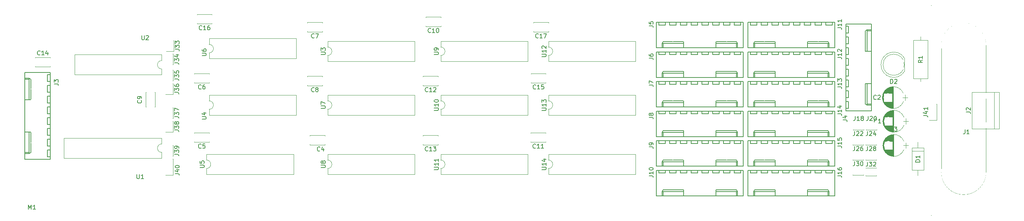
<source format=gto>
G04 #@! TF.GenerationSoftware,KiCad,Pcbnew,no-vcs-found-9992a07~58~ubuntu16.04.1*
G04 #@! TF.CreationDate,2017-04-23T16:15:32+03:00*
G04 #@! TF.ProjectId,ND-01,4E442D30312E6B696361645F70636200,rev?*
G04 #@! TF.FileFunction,Legend,Top*
G04 #@! TF.FilePolarity,Positive*
%FSLAX46Y46*%
G04 Gerber Fmt 4.6, Leading zero omitted, Abs format (unit mm)*
G04 Created by KiCad (PCBNEW no-vcs-found-9992a07~58~ubuntu16.04.1) date Sun Apr 23 16:15:32 2017*
%MOMM*%
%LPD*%
G01*
G04 APERTURE LIST*
%ADD10C,0.100000*%
%ADD11C,0.120000*%
%ADD12C,0.150000*%
%ADD13O,2.000000X2.800000*%
%ADD14R,2.000000X2.800000*%
%ADD15C,10.560000*%
%ADD16R,1.670000X1.370000*%
%ADD17R,1.370000X1.670000*%
%ADD18R,2.200000X2.200000*%
%ADD19C,2.200000*%
%ADD20C,2.400000*%
%ADD21R,2.000000X2.000000*%
%ADD22C,2.000000*%
%ADD23O,2.400000X3.000000*%
%ADD24R,2.400000X3.000000*%
%ADD25R,3.000000X2.400000*%
%ADD26O,3.000000X2.400000*%
%ADD27O,2.200000X2.200000*%
%ADD28O,2.000000X2.000000*%
%ADD29O,1.950000X1.400000*%
%ADD30O,1.350000X1.650000*%
%ADD31R,1.750000X0.800000*%
G04 APERTURE END LIST*
D10*
D11*
X160535000Y-92880000D02*
X160535000Y-94250000D01*
X181095000Y-92880000D02*
X160535000Y-92880000D01*
X181095000Y-97620000D02*
X181095000Y-92880000D01*
X160535000Y-97620000D02*
X181095000Y-97620000D01*
X160535000Y-96250000D02*
X160535000Y-97620000D01*
X160535000Y-94250000D02*
G75*
G02X160535000Y-96250000I0J-1000000D01*
G01*
X160535000Y-106850000D02*
X160535000Y-108220000D01*
X181095000Y-106850000D02*
X160535000Y-106850000D01*
X181095000Y-111590000D02*
X181095000Y-106850000D01*
X160535000Y-111590000D02*
X181095000Y-111590000D01*
X160535000Y-110220000D02*
X160535000Y-111590000D01*
X160535000Y-108220000D02*
G75*
G02X160535000Y-110220000I0J-1000000D01*
G01*
X263695000Y-111125000D02*
X263695000Y-81125000D01*
X253195000Y-81125000D02*
X253195000Y-111125000D01*
X263695000Y-81125000D02*
G75*
G03X253195000Y-81125000I-5250000J0D01*
G01*
X253195000Y-111125000D02*
G75*
G03X263695000Y-111125000I5250000J0D01*
G01*
X250316000Y-94991000D02*
X250316000Y-98811000D01*
X250316000Y-98811000D02*
X252096000Y-98811000D01*
X252096000Y-98811000D02*
X252096000Y-94991000D01*
X250316000Y-94991000D02*
X252096000Y-94991000D01*
X108465000Y-94250000D02*
G75*
G02X108465000Y-96250000I0J-1000000D01*
G01*
X108465000Y-96250000D02*
X108465000Y-97620000D01*
X108465000Y-97620000D02*
X129025000Y-97620000D01*
X129025000Y-97620000D02*
X129025000Y-92880000D01*
X129025000Y-92880000D02*
X108465000Y-92880000D01*
X108465000Y-92880000D02*
X108465000Y-94250000D01*
X69335000Y-86725000D02*
G75*
G02X69335000Y-84725000I0J1000000D01*
G01*
X69335000Y-84725000D02*
X69335000Y-83355000D01*
X69335000Y-83355000D02*
X48775000Y-83355000D01*
X48775000Y-83355000D02*
X48775000Y-88095000D01*
X48775000Y-88095000D02*
X69335000Y-88095000D01*
X69335000Y-88095000D02*
X69335000Y-86725000D01*
X135135000Y-108220000D02*
G75*
G02X135135000Y-110220000I0J-1000000D01*
G01*
X135135000Y-110220000D02*
X135135000Y-111590000D01*
X135135000Y-111590000D02*
X155695000Y-111590000D01*
X155695000Y-111590000D02*
X155695000Y-106850000D01*
X155695000Y-106850000D02*
X135135000Y-106850000D01*
X135135000Y-106850000D02*
X135135000Y-108220000D01*
X160535000Y-81550000D02*
G75*
G02X160535000Y-83550000I0J-1000000D01*
G01*
X160535000Y-83550000D02*
X160535000Y-84920000D01*
X160535000Y-84920000D02*
X181095000Y-84920000D01*
X181095000Y-84920000D02*
X181095000Y-80180000D01*
X181095000Y-80180000D02*
X160535000Y-80180000D01*
X160535000Y-80180000D02*
X160535000Y-81550000D01*
X70230000Y-107945000D02*
X70230000Y-111765000D01*
X70230000Y-111765000D02*
X72010000Y-111765000D01*
X72010000Y-111765000D02*
X72010000Y-107945000D01*
X70230000Y-107945000D02*
X72010000Y-107945000D01*
X135135000Y-81550000D02*
G75*
G02X135135000Y-83550000I0J-1000000D01*
G01*
X135135000Y-83550000D02*
X135135000Y-84920000D01*
X135135000Y-84920000D02*
X155695000Y-84920000D01*
X155695000Y-84920000D02*
X155695000Y-80180000D01*
X155695000Y-80180000D02*
X135135000Y-80180000D01*
X135135000Y-80180000D02*
X135135000Y-81550000D01*
X70230000Y-104775000D02*
X70230000Y-107315000D01*
X72010000Y-107315000D02*
X72010000Y-104775000D01*
X72010000Y-107315000D02*
X70230000Y-107315000D01*
X70230000Y-104775000D02*
X72010000Y-104775000D01*
X70230000Y-99060000D02*
X70230000Y-101600000D01*
X72010000Y-101600000D02*
X72010000Y-99060000D01*
X72010000Y-101600000D02*
X70230000Y-101600000D01*
X70230000Y-99060000D02*
X72010000Y-99060000D01*
X70230000Y-95885000D02*
X72010000Y-95885000D01*
X72010000Y-98425000D02*
X70230000Y-98425000D01*
X72010000Y-98425000D02*
X72010000Y-95885000D01*
X70230000Y-95885000D02*
X70230000Y-98425000D01*
X70230000Y-90170000D02*
X70230000Y-92710000D01*
X72010000Y-92710000D02*
X72010000Y-90170000D01*
X72010000Y-92710000D02*
X70230000Y-92710000D01*
X70230000Y-90170000D02*
X72010000Y-90170000D01*
X70230000Y-86995000D02*
X72010000Y-86995000D01*
X72010000Y-89535000D02*
X70230000Y-89535000D01*
X72010000Y-89535000D02*
X72010000Y-86995000D01*
X70230000Y-86995000D02*
X70230000Y-89535000D01*
X70362500Y-80010000D02*
X70362500Y-82550000D01*
X72142500Y-82550000D02*
X72142500Y-80010000D01*
X72142500Y-82550000D02*
X70362500Y-82550000D01*
X70362500Y-80010000D02*
X72142500Y-80010000D01*
X70230000Y-83180000D02*
X70230000Y-85720000D01*
X72010000Y-85720000D02*
X72010000Y-83180000D01*
X72010000Y-85720000D02*
X70230000Y-85720000D01*
X70230000Y-83180000D02*
X72010000Y-83180000D01*
X232410000Y-101098000D02*
X232410000Y-99318000D01*
X234950000Y-99318000D02*
X234950000Y-101098000D01*
X234950000Y-99318000D02*
X232410000Y-99318000D01*
X232410000Y-101098000D02*
X234950000Y-101098000D01*
X235331000Y-111893000D02*
X235331000Y-110113000D01*
X237871000Y-110113000D02*
X237871000Y-111893000D01*
X237871000Y-110113000D02*
X235331000Y-110113000D01*
X235331000Y-111893000D02*
X237871000Y-111893000D01*
X232283000Y-111766000D02*
X232283000Y-109986000D01*
X234823000Y-109986000D02*
X234823000Y-111766000D01*
X234823000Y-109986000D02*
X232283000Y-109986000D01*
X232283000Y-111766000D02*
X234823000Y-111766000D01*
X235331000Y-108205000D02*
X237871000Y-108205000D01*
X237871000Y-106425000D02*
X235331000Y-106425000D01*
X237871000Y-106425000D02*
X237871000Y-108205000D01*
X235331000Y-108205000D02*
X235331000Y-106425000D01*
X235458000Y-101098000D02*
X237998000Y-101098000D01*
X237998000Y-99318000D02*
X235458000Y-99318000D01*
X237998000Y-99318000D02*
X237998000Y-101098000D01*
X235458000Y-101098000D02*
X235458000Y-99318000D01*
X232283000Y-104649000D02*
X232283000Y-102869000D01*
X234823000Y-102869000D02*
X234823000Y-104649000D01*
X234823000Y-102869000D02*
X232283000Y-102869000D01*
X232283000Y-104649000D02*
X234823000Y-104649000D01*
X235331000Y-104649000D02*
X235331000Y-102869000D01*
X237871000Y-102869000D02*
X237871000Y-104649000D01*
X237871000Y-102869000D02*
X235331000Y-102869000D01*
X235331000Y-104649000D02*
X237871000Y-104649000D01*
X232283000Y-108205000D02*
X234823000Y-108205000D01*
X234823000Y-106425000D02*
X232283000Y-106425000D01*
X234823000Y-106425000D02*
X234823000Y-108205000D01*
X232283000Y-108205000D02*
X232283000Y-106425000D01*
X238945000Y-85724538D02*
G75*
G03X244495000Y-87269830I2990000J-462D01*
G01*
X238945000Y-85725462D02*
G75*
G02X244495000Y-84180170I2990000J462D01*
G01*
X244435000Y-85725000D02*
G75*
G03X244435000Y-85725000I-2500000J0D01*
G01*
X244495000Y-87270000D02*
X244495000Y-84180000D01*
D12*
X250825000Y-71755000D02*
X250825000Y-71755000D01*
X250825000Y-121285000D02*
X250825000Y-121285000D01*
D11*
X239558137Y-100041400D02*
G75*
G03X244352436Y-100040000I2396863J981400D01*
G01*
X239558137Y-98078600D02*
G75*
G02X244352436Y-98080000I2396863J-981400D01*
G01*
X239558137Y-98078600D02*
G75*
G03X239557564Y-100040000I2396863J-981400D01*
G01*
X241955000Y-101610000D02*
X241955000Y-96510000D01*
X241915000Y-101610000D02*
X241915000Y-96510000D01*
X241875000Y-101609000D02*
X241875000Y-96511000D01*
X241835000Y-101608000D02*
X241835000Y-96512000D01*
X241795000Y-101606000D02*
X241795000Y-96514000D01*
X241755000Y-101603000D02*
X241755000Y-96517000D01*
X241715000Y-101599000D02*
X241715000Y-96521000D01*
X241675000Y-101595000D02*
X241675000Y-100040000D01*
X241675000Y-98080000D02*
X241675000Y-96525000D01*
X241635000Y-101591000D02*
X241635000Y-100040000D01*
X241635000Y-98080000D02*
X241635000Y-96529000D01*
X241595000Y-101585000D02*
X241595000Y-100040000D01*
X241595000Y-98080000D02*
X241595000Y-96535000D01*
X241555000Y-101579000D02*
X241555000Y-100040000D01*
X241555000Y-98080000D02*
X241555000Y-96541000D01*
X241515000Y-101573000D02*
X241515000Y-100040000D01*
X241515000Y-98080000D02*
X241515000Y-96547000D01*
X241475000Y-101566000D02*
X241475000Y-100040000D01*
X241475000Y-98080000D02*
X241475000Y-96554000D01*
X241435000Y-101558000D02*
X241435000Y-100040000D01*
X241435000Y-98080000D02*
X241435000Y-96562000D01*
X241395000Y-101549000D02*
X241395000Y-100040000D01*
X241395000Y-98080000D02*
X241395000Y-96571000D01*
X241355000Y-101540000D02*
X241355000Y-100040000D01*
X241355000Y-98080000D02*
X241355000Y-96580000D01*
X241315000Y-101530000D02*
X241315000Y-100040000D01*
X241315000Y-98080000D02*
X241315000Y-96590000D01*
X241275000Y-101520000D02*
X241275000Y-100040000D01*
X241275000Y-98080000D02*
X241275000Y-96600000D01*
X241234000Y-101508000D02*
X241234000Y-100040000D01*
X241234000Y-98080000D02*
X241234000Y-96612000D01*
X241194000Y-101496000D02*
X241194000Y-100040000D01*
X241194000Y-98080000D02*
X241194000Y-96624000D01*
X241154000Y-101484000D02*
X241154000Y-100040000D01*
X241154000Y-98080000D02*
X241154000Y-96636000D01*
X241114000Y-101470000D02*
X241114000Y-100040000D01*
X241114000Y-98080000D02*
X241114000Y-96650000D01*
X241074000Y-101456000D02*
X241074000Y-100040000D01*
X241074000Y-98080000D02*
X241074000Y-96664000D01*
X241034000Y-101442000D02*
X241034000Y-100040000D01*
X241034000Y-98080000D02*
X241034000Y-96678000D01*
X240994000Y-101426000D02*
X240994000Y-100040000D01*
X240994000Y-98080000D02*
X240994000Y-96694000D01*
X240954000Y-101410000D02*
X240954000Y-100040000D01*
X240954000Y-98080000D02*
X240954000Y-96710000D01*
X240914000Y-101393000D02*
X240914000Y-100040000D01*
X240914000Y-98080000D02*
X240914000Y-96727000D01*
X240874000Y-101375000D02*
X240874000Y-100040000D01*
X240874000Y-98080000D02*
X240874000Y-96745000D01*
X240834000Y-101356000D02*
X240834000Y-100040000D01*
X240834000Y-98080000D02*
X240834000Y-96764000D01*
X240794000Y-101336000D02*
X240794000Y-100040000D01*
X240794000Y-98080000D02*
X240794000Y-96784000D01*
X240754000Y-101316000D02*
X240754000Y-100040000D01*
X240754000Y-98080000D02*
X240754000Y-96804000D01*
X240714000Y-101294000D02*
X240714000Y-100040000D01*
X240714000Y-98080000D02*
X240714000Y-96826000D01*
X240674000Y-101272000D02*
X240674000Y-100040000D01*
X240674000Y-98080000D02*
X240674000Y-96848000D01*
X240634000Y-101249000D02*
X240634000Y-100040000D01*
X240634000Y-98080000D02*
X240634000Y-96871000D01*
X240594000Y-101225000D02*
X240594000Y-100040000D01*
X240594000Y-98080000D02*
X240594000Y-96895000D01*
X240554000Y-101200000D02*
X240554000Y-100040000D01*
X240554000Y-98080000D02*
X240554000Y-96920000D01*
X240514000Y-101173000D02*
X240514000Y-100040000D01*
X240514000Y-98080000D02*
X240514000Y-96947000D01*
X240474000Y-101146000D02*
X240474000Y-100040000D01*
X240474000Y-98080000D02*
X240474000Y-96974000D01*
X240434000Y-101118000D02*
X240434000Y-100040000D01*
X240434000Y-98080000D02*
X240434000Y-97002000D01*
X240394000Y-101088000D02*
X240394000Y-100040000D01*
X240394000Y-98080000D02*
X240394000Y-97032000D01*
X240354000Y-101057000D02*
X240354000Y-100040000D01*
X240354000Y-98080000D02*
X240354000Y-97063000D01*
X240314000Y-101025000D02*
X240314000Y-100040000D01*
X240314000Y-98080000D02*
X240314000Y-97095000D01*
X240274000Y-100992000D02*
X240274000Y-100040000D01*
X240274000Y-98080000D02*
X240274000Y-97128000D01*
X240234000Y-100957000D02*
X240234000Y-100040000D01*
X240234000Y-98080000D02*
X240234000Y-97163000D01*
X240194000Y-100921000D02*
X240194000Y-100040000D01*
X240194000Y-98080000D02*
X240194000Y-97199000D01*
X240154000Y-100883000D02*
X240154000Y-100040000D01*
X240154000Y-98080000D02*
X240154000Y-97237000D01*
X240114000Y-100843000D02*
X240114000Y-100040000D01*
X240114000Y-98080000D02*
X240114000Y-97277000D01*
X240074000Y-100802000D02*
X240074000Y-100040000D01*
X240074000Y-98080000D02*
X240074000Y-97318000D01*
X240034000Y-100759000D02*
X240034000Y-100040000D01*
X240034000Y-98080000D02*
X240034000Y-97361000D01*
X239994000Y-100714000D02*
X239994000Y-100040000D01*
X239994000Y-98080000D02*
X239994000Y-97406000D01*
X239954000Y-100666000D02*
X239954000Y-100040000D01*
X239954000Y-98080000D02*
X239954000Y-97454000D01*
X239914000Y-100616000D02*
X239914000Y-100040000D01*
X239914000Y-98080000D02*
X239914000Y-97504000D01*
X239874000Y-100564000D02*
X239874000Y-100040000D01*
X239874000Y-98080000D02*
X239874000Y-97556000D01*
X239834000Y-100508000D02*
X239834000Y-100040000D01*
X239834000Y-98080000D02*
X239834000Y-97612000D01*
X239794000Y-100450000D02*
X239794000Y-100040000D01*
X239794000Y-98080000D02*
X239794000Y-97670000D01*
X239754000Y-100387000D02*
X239754000Y-100040000D01*
X239754000Y-98080000D02*
X239754000Y-97733000D01*
X239714000Y-100321000D02*
X239714000Y-97799000D01*
X239674000Y-100249000D02*
X239674000Y-97871000D01*
X239634000Y-100172000D02*
X239634000Y-97948000D01*
X239594000Y-100088000D02*
X239594000Y-98032000D01*
X239554000Y-99994000D02*
X239554000Y-98126000D01*
X239514000Y-99889000D02*
X239514000Y-98231000D01*
X239474000Y-99767000D02*
X239474000Y-98353000D01*
X239434000Y-99619000D02*
X239434000Y-98501000D01*
X239394000Y-99414000D02*
X239394000Y-98706000D01*
X245405000Y-99060000D02*
X244205000Y-99060000D01*
X244805000Y-99710000D02*
X244805000Y-98410000D01*
X244678000Y-94122000D02*
X244678000Y-92822000D01*
X245278000Y-93472000D02*
X244078000Y-93472000D01*
X239267000Y-93826000D02*
X239267000Y-93118000D01*
X239307000Y-94031000D02*
X239307000Y-92913000D01*
X239347000Y-94179000D02*
X239347000Y-92765000D01*
X239387000Y-94301000D02*
X239387000Y-92643000D01*
X239427000Y-94406000D02*
X239427000Y-92538000D01*
X239467000Y-94500000D02*
X239467000Y-92444000D01*
X239507000Y-94584000D02*
X239507000Y-92360000D01*
X239547000Y-94661000D02*
X239547000Y-92283000D01*
X239587000Y-94733000D02*
X239587000Y-92211000D01*
X239627000Y-92492000D02*
X239627000Y-92145000D01*
X239627000Y-94799000D02*
X239627000Y-94452000D01*
X239667000Y-92492000D02*
X239667000Y-92082000D01*
X239667000Y-94862000D02*
X239667000Y-94452000D01*
X239707000Y-92492000D02*
X239707000Y-92024000D01*
X239707000Y-94920000D02*
X239707000Y-94452000D01*
X239747000Y-92492000D02*
X239747000Y-91968000D01*
X239747000Y-94976000D02*
X239747000Y-94452000D01*
X239787000Y-92492000D02*
X239787000Y-91916000D01*
X239787000Y-95028000D02*
X239787000Y-94452000D01*
X239827000Y-92492000D02*
X239827000Y-91866000D01*
X239827000Y-95078000D02*
X239827000Y-94452000D01*
X239867000Y-92492000D02*
X239867000Y-91818000D01*
X239867000Y-95126000D02*
X239867000Y-94452000D01*
X239907000Y-92492000D02*
X239907000Y-91773000D01*
X239907000Y-95171000D02*
X239907000Y-94452000D01*
X239947000Y-92492000D02*
X239947000Y-91730000D01*
X239947000Y-95214000D02*
X239947000Y-94452000D01*
X239987000Y-92492000D02*
X239987000Y-91689000D01*
X239987000Y-95255000D02*
X239987000Y-94452000D01*
X240027000Y-92492000D02*
X240027000Y-91649000D01*
X240027000Y-95295000D02*
X240027000Y-94452000D01*
X240067000Y-92492000D02*
X240067000Y-91611000D01*
X240067000Y-95333000D02*
X240067000Y-94452000D01*
X240107000Y-92492000D02*
X240107000Y-91575000D01*
X240107000Y-95369000D02*
X240107000Y-94452000D01*
X240147000Y-92492000D02*
X240147000Y-91540000D01*
X240147000Y-95404000D02*
X240147000Y-94452000D01*
X240187000Y-92492000D02*
X240187000Y-91507000D01*
X240187000Y-95437000D02*
X240187000Y-94452000D01*
X240227000Y-92492000D02*
X240227000Y-91475000D01*
X240227000Y-95469000D02*
X240227000Y-94452000D01*
X240267000Y-92492000D02*
X240267000Y-91444000D01*
X240267000Y-95500000D02*
X240267000Y-94452000D01*
X240307000Y-92492000D02*
X240307000Y-91414000D01*
X240307000Y-95530000D02*
X240307000Y-94452000D01*
X240347000Y-92492000D02*
X240347000Y-91386000D01*
X240347000Y-95558000D02*
X240347000Y-94452000D01*
X240387000Y-92492000D02*
X240387000Y-91359000D01*
X240387000Y-95585000D02*
X240387000Y-94452000D01*
X240427000Y-92492000D02*
X240427000Y-91332000D01*
X240427000Y-95612000D02*
X240427000Y-94452000D01*
X240467000Y-92492000D02*
X240467000Y-91307000D01*
X240467000Y-95637000D02*
X240467000Y-94452000D01*
X240507000Y-92492000D02*
X240507000Y-91283000D01*
X240507000Y-95661000D02*
X240507000Y-94452000D01*
X240547000Y-92492000D02*
X240547000Y-91260000D01*
X240547000Y-95684000D02*
X240547000Y-94452000D01*
X240587000Y-92492000D02*
X240587000Y-91238000D01*
X240587000Y-95706000D02*
X240587000Y-94452000D01*
X240627000Y-92492000D02*
X240627000Y-91216000D01*
X240627000Y-95728000D02*
X240627000Y-94452000D01*
X240667000Y-92492000D02*
X240667000Y-91196000D01*
X240667000Y-95748000D02*
X240667000Y-94452000D01*
X240707000Y-92492000D02*
X240707000Y-91176000D01*
X240707000Y-95768000D02*
X240707000Y-94452000D01*
X240747000Y-92492000D02*
X240747000Y-91157000D01*
X240747000Y-95787000D02*
X240747000Y-94452000D01*
X240787000Y-92492000D02*
X240787000Y-91139000D01*
X240787000Y-95805000D02*
X240787000Y-94452000D01*
X240827000Y-92492000D02*
X240827000Y-91122000D01*
X240827000Y-95822000D02*
X240827000Y-94452000D01*
X240867000Y-92492000D02*
X240867000Y-91106000D01*
X240867000Y-95838000D02*
X240867000Y-94452000D01*
X240907000Y-92492000D02*
X240907000Y-91090000D01*
X240907000Y-95854000D02*
X240907000Y-94452000D01*
X240947000Y-92492000D02*
X240947000Y-91076000D01*
X240947000Y-95868000D02*
X240947000Y-94452000D01*
X240987000Y-92492000D02*
X240987000Y-91062000D01*
X240987000Y-95882000D02*
X240987000Y-94452000D01*
X241027000Y-92492000D02*
X241027000Y-91048000D01*
X241027000Y-95896000D02*
X241027000Y-94452000D01*
X241067000Y-92492000D02*
X241067000Y-91036000D01*
X241067000Y-95908000D02*
X241067000Y-94452000D01*
X241107000Y-92492000D02*
X241107000Y-91024000D01*
X241107000Y-95920000D02*
X241107000Y-94452000D01*
X241148000Y-92492000D02*
X241148000Y-91012000D01*
X241148000Y-95932000D02*
X241148000Y-94452000D01*
X241188000Y-92492000D02*
X241188000Y-91002000D01*
X241188000Y-95942000D02*
X241188000Y-94452000D01*
X241228000Y-92492000D02*
X241228000Y-90992000D01*
X241228000Y-95952000D02*
X241228000Y-94452000D01*
X241268000Y-92492000D02*
X241268000Y-90983000D01*
X241268000Y-95961000D02*
X241268000Y-94452000D01*
X241308000Y-92492000D02*
X241308000Y-90974000D01*
X241308000Y-95970000D02*
X241308000Y-94452000D01*
X241348000Y-92492000D02*
X241348000Y-90966000D01*
X241348000Y-95978000D02*
X241348000Y-94452000D01*
X241388000Y-92492000D02*
X241388000Y-90959000D01*
X241388000Y-95985000D02*
X241388000Y-94452000D01*
X241428000Y-92492000D02*
X241428000Y-90953000D01*
X241428000Y-95991000D02*
X241428000Y-94452000D01*
X241468000Y-92492000D02*
X241468000Y-90947000D01*
X241468000Y-95997000D02*
X241468000Y-94452000D01*
X241508000Y-92492000D02*
X241508000Y-90941000D01*
X241508000Y-96003000D02*
X241508000Y-94452000D01*
X241548000Y-92492000D02*
X241548000Y-90937000D01*
X241548000Y-96007000D02*
X241548000Y-94452000D01*
X241588000Y-96011000D02*
X241588000Y-90933000D01*
X241628000Y-96015000D02*
X241628000Y-90929000D01*
X241668000Y-96018000D02*
X241668000Y-90926000D01*
X241708000Y-96020000D02*
X241708000Y-90924000D01*
X241748000Y-96021000D02*
X241748000Y-90923000D01*
X241788000Y-96022000D02*
X241788000Y-90922000D01*
X241828000Y-96022000D02*
X241828000Y-90922000D01*
X239431137Y-92490600D02*
G75*
G03X239430564Y-94452000I2396863J-981400D01*
G01*
X239431137Y-92490600D02*
G75*
G02X244225436Y-92492000I2396863J-981400D01*
G01*
X239431137Y-94453400D02*
G75*
G03X244225436Y-94452000I2396863J981400D01*
G01*
X239558137Y-105756400D02*
G75*
G03X244352436Y-105755000I2396863J981400D01*
G01*
X239558137Y-103793600D02*
G75*
G02X244352436Y-103795000I2396863J-981400D01*
G01*
X239558137Y-103793600D02*
G75*
G03X239557564Y-105755000I2396863J-981400D01*
G01*
X241955000Y-107325000D02*
X241955000Y-102225000D01*
X241915000Y-107325000D02*
X241915000Y-102225000D01*
X241875000Y-107324000D02*
X241875000Y-102226000D01*
X241835000Y-107323000D02*
X241835000Y-102227000D01*
X241795000Y-107321000D02*
X241795000Y-102229000D01*
X241755000Y-107318000D02*
X241755000Y-102232000D01*
X241715000Y-107314000D02*
X241715000Y-102236000D01*
X241675000Y-107310000D02*
X241675000Y-105755000D01*
X241675000Y-103795000D02*
X241675000Y-102240000D01*
X241635000Y-107306000D02*
X241635000Y-105755000D01*
X241635000Y-103795000D02*
X241635000Y-102244000D01*
X241595000Y-107300000D02*
X241595000Y-105755000D01*
X241595000Y-103795000D02*
X241595000Y-102250000D01*
X241555000Y-107294000D02*
X241555000Y-105755000D01*
X241555000Y-103795000D02*
X241555000Y-102256000D01*
X241515000Y-107288000D02*
X241515000Y-105755000D01*
X241515000Y-103795000D02*
X241515000Y-102262000D01*
X241475000Y-107281000D02*
X241475000Y-105755000D01*
X241475000Y-103795000D02*
X241475000Y-102269000D01*
X241435000Y-107273000D02*
X241435000Y-105755000D01*
X241435000Y-103795000D02*
X241435000Y-102277000D01*
X241395000Y-107264000D02*
X241395000Y-105755000D01*
X241395000Y-103795000D02*
X241395000Y-102286000D01*
X241355000Y-107255000D02*
X241355000Y-105755000D01*
X241355000Y-103795000D02*
X241355000Y-102295000D01*
X241315000Y-107245000D02*
X241315000Y-105755000D01*
X241315000Y-103795000D02*
X241315000Y-102305000D01*
X241275000Y-107235000D02*
X241275000Y-105755000D01*
X241275000Y-103795000D02*
X241275000Y-102315000D01*
X241234000Y-107223000D02*
X241234000Y-105755000D01*
X241234000Y-103795000D02*
X241234000Y-102327000D01*
X241194000Y-107211000D02*
X241194000Y-105755000D01*
X241194000Y-103795000D02*
X241194000Y-102339000D01*
X241154000Y-107199000D02*
X241154000Y-105755000D01*
X241154000Y-103795000D02*
X241154000Y-102351000D01*
X241114000Y-107185000D02*
X241114000Y-105755000D01*
X241114000Y-103795000D02*
X241114000Y-102365000D01*
X241074000Y-107171000D02*
X241074000Y-105755000D01*
X241074000Y-103795000D02*
X241074000Y-102379000D01*
X241034000Y-107157000D02*
X241034000Y-105755000D01*
X241034000Y-103795000D02*
X241034000Y-102393000D01*
X240994000Y-107141000D02*
X240994000Y-105755000D01*
X240994000Y-103795000D02*
X240994000Y-102409000D01*
X240954000Y-107125000D02*
X240954000Y-105755000D01*
X240954000Y-103795000D02*
X240954000Y-102425000D01*
X240914000Y-107108000D02*
X240914000Y-105755000D01*
X240914000Y-103795000D02*
X240914000Y-102442000D01*
X240874000Y-107090000D02*
X240874000Y-105755000D01*
X240874000Y-103795000D02*
X240874000Y-102460000D01*
X240834000Y-107071000D02*
X240834000Y-105755000D01*
X240834000Y-103795000D02*
X240834000Y-102479000D01*
X240794000Y-107051000D02*
X240794000Y-105755000D01*
X240794000Y-103795000D02*
X240794000Y-102499000D01*
X240754000Y-107031000D02*
X240754000Y-105755000D01*
X240754000Y-103795000D02*
X240754000Y-102519000D01*
X240714000Y-107009000D02*
X240714000Y-105755000D01*
X240714000Y-103795000D02*
X240714000Y-102541000D01*
X240674000Y-106987000D02*
X240674000Y-105755000D01*
X240674000Y-103795000D02*
X240674000Y-102563000D01*
X240634000Y-106964000D02*
X240634000Y-105755000D01*
X240634000Y-103795000D02*
X240634000Y-102586000D01*
X240594000Y-106940000D02*
X240594000Y-105755000D01*
X240594000Y-103795000D02*
X240594000Y-102610000D01*
X240554000Y-106915000D02*
X240554000Y-105755000D01*
X240554000Y-103795000D02*
X240554000Y-102635000D01*
X240514000Y-106888000D02*
X240514000Y-105755000D01*
X240514000Y-103795000D02*
X240514000Y-102662000D01*
X240474000Y-106861000D02*
X240474000Y-105755000D01*
X240474000Y-103795000D02*
X240474000Y-102689000D01*
X240434000Y-106833000D02*
X240434000Y-105755000D01*
X240434000Y-103795000D02*
X240434000Y-102717000D01*
X240394000Y-106803000D02*
X240394000Y-105755000D01*
X240394000Y-103795000D02*
X240394000Y-102747000D01*
X240354000Y-106772000D02*
X240354000Y-105755000D01*
X240354000Y-103795000D02*
X240354000Y-102778000D01*
X240314000Y-106740000D02*
X240314000Y-105755000D01*
X240314000Y-103795000D02*
X240314000Y-102810000D01*
X240274000Y-106707000D02*
X240274000Y-105755000D01*
X240274000Y-103795000D02*
X240274000Y-102843000D01*
X240234000Y-106672000D02*
X240234000Y-105755000D01*
X240234000Y-103795000D02*
X240234000Y-102878000D01*
X240194000Y-106636000D02*
X240194000Y-105755000D01*
X240194000Y-103795000D02*
X240194000Y-102914000D01*
X240154000Y-106598000D02*
X240154000Y-105755000D01*
X240154000Y-103795000D02*
X240154000Y-102952000D01*
X240114000Y-106558000D02*
X240114000Y-105755000D01*
X240114000Y-103795000D02*
X240114000Y-102992000D01*
X240074000Y-106517000D02*
X240074000Y-105755000D01*
X240074000Y-103795000D02*
X240074000Y-103033000D01*
X240034000Y-106474000D02*
X240034000Y-105755000D01*
X240034000Y-103795000D02*
X240034000Y-103076000D01*
X239994000Y-106429000D02*
X239994000Y-105755000D01*
X239994000Y-103795000D02*
X239994000Y-103121000D01*
X239954000Y-106381000D02*
X239954000Y-105755000D01*
X239954000Y-103795000D02*
X239954000Y-103169000D01*
X239914000Y-106331000D02*
X239914000Y-105755000D01*
X239914000Y-103795000D02*
X239914000Y-103219000D01*
X239874000Y-106279000D02*
X239874000Y-105755000D01*
X239874000Y-103795000D02*
X239874000Y-103271000D01*
X239834000Y-106223000D02*
X239834000Y-105755000D01*
X239834000Y-103795000D02*
X239834000Y-103327000D01*
X239794000Y-106165000D02*
X239794000Y-105755000D01*
X239794000Y-103795000D02*
X239794000Y-103385000D01*
X239754000Y-106102000D02*
X239754000Y-105755000D01*
X239754000Y-103795000D02*
X239754000Y-103448000D01*
X239714000Y-106036000D02*
X239714000Y-103514000D01*
X239674000Y-105964000D02*
X239674000Y-103586000D01*
X239634000Y-105887000D02*
X239634000Y-103663000D01*
X239594000Y-105803000D02*
X239594000Y-103747000D01*
X239554000Y-105709000D02*
X239554000Y-103841000D01*
X239514000Y-105604000D02*
X239514000Y-103946000D01*
X239474000Y-105482000D02*
X239474000Y-104068000D01*
X239434000Y-105334000D02*
X239434000Y-104216000D01*
X239394000Y-105129000D02*
X239394000Y-104421000D01*
X245405000Y-104775000D02*
X244205000Y-104775000D01*
X244805000Y-105425000D02*
X244805000Y-104125000D01*
X107785000Y-104615000D02*
X104265000Y-104615000D01*
X107785000Y-102395000D02*
X104265000Y-102395000D01*
X107785000Y-104615000D02*
X107785000Y-104501000D01*
X107785000Y-102509000D02*
X107785000Y-102395000D01*
X104265000Y-104615000D02*
X104265000Y-104501000D01*
X104265000Y-102509000D02*
X104265000Y-102395000D01*
X157010000Y-75839000D02*
X157010000Y-75725000D01*
X157010000Y-77945000D02*
X157010000Y-77831000D01*
X160530000Y-75839000D02*
X160530000Y-75725000D01*
X160530000Y-77945000D02*
X160530000Y-77831000D01*
X160530000Y-75725000D02*
X157010000Y-75725000D01*
X160530000Y-77945000D02*
X157010000Y-77945000D01*
X77040000Y-101874000D02*
X77040000Y-101760000D01*
X77040000Y-103980000D02*
X77040000Y-103866000D01*
X80560000Y-101874000D02*
X80560000Y-101760000D01*
X80560000Y-103980000D02*
X80560000Y-103866000D01*
X80560000Y-101760000D02*
X77040000Y-101760000D01*
X80560000Y-103980000D02*
X77040000Y-103980000D01*
X77040000Y-87904000D02*
X77040000Y-87790000D01*
X77040000Y-90010000D02*
X77040000Y-89896000D01*
X80560000Y-87904000D02*
X80560000Y-87790000D01*
X80560000Y-90010000D02*
X80560000Y-89896000D01*
X80560000Y-87790000D02*
X77040000Y-87790000D01*
X80560000Y-90010000D02*
X77040000Y-90010000D01*
X107190000Y-77945000D02*
X103670000Y-77945000D01*
X107190000Y-75725000D02*
X103670000Y-75725000D01*
X107190000Y-77945000D02*
X107190000Y-77831000D01*
X107190000Y-75839000D02*
X107190000Y-75725000D01*
X103670000Y-77945000D02*
X103670000Y-77831000D01*
X103670000Y-75839000D02*
X103670000Y-75725000D01*
X67785000Y-92200000D02*
X67785000Y-95720000D01*
X65565000Y-92200000D02*
X65565000Y-95720000D01*
X67785000Y-92200000D02*
X67671000Y-92200000D01*
X65679000Y-92200000D02*
X65565000Y-92200000D01*
X67785000Y-95720000D02*
X67671000Y-95720000D01*
X65679000Y-95720000D02*
X65565000Y-95720000D01*
X135170000Y-76675000D02*
X131650000Y-76675000D01*
X135170000Y-74455000D02*
X131650000Y-74455000D01*
X135170000Y-76675000D02*
X135170000Y-76561000D01*
X135170000Y-74569000D02*
X135170000Y-74455000D01*
X131650000Y-76675000D02*
X131650000Y-76561000D01*
X131650000Y-74569000D02*
X131650000Y-74455000D01*
X156375000Y-101874000D02*
X156375000Y-101760000D01*
X156375000Y-103980000D02*
X156375000Y-103866000D01*
X159895000Y-101874000D02*
X159895000Y-101760000D01*
X159895000Y-103980000D02*
X159895000Y-103866000D01*
X159895000Y-101760000D02*
X156375000Y-101760000D01*
X159895000Y-103980000D02*
X156375000Y-103980000D01*
X134495000Y-90645000D02*
X130975000Y-90645000D01*
X134495000Y-88425000D02*
X130975000Y-88425000D01*
X134495000Y-90645000D02*
X134495000Y-90531000D01*
X134495000Y-88539000D02*
X134495000Y-88425000D01*
X130975000Y-90645000D02*
X130975000Y-90531000D01*
X130975000Y-88539000D02*
X130975000Y-88425000D01*
X130975000Y-102509000D02*
X130975000Y-102395000D01*
X130975000Y-104615000D02*
X130975000Y-104501000D01*
X134495000Y-102509000D02*
X134495000Y-102395000D01*
X134495000Y-104615000D02*
X134495000Y-104501000D01*
X134495000Y-102395000D02*
X130975000Y-102395000D01*
X134495000Y-104615000D02*
X130975000Y-104615000D01*
X39535000Y-83980000D02*
X43055000Y-83980000D01*
X39535000Y-86200000D02*
X43055000Y-86200000D01*
X39535000Y-83980000D02*
X39535000Y-84094000D01*
X39535000Y-86086000D02*
X39535000Y-86200000D01*
X43055000Y-83980000D02*
X43055000Y-84094000D01*
X43055000Y-86086000D02*
X43055000Y-86200000D01*
X156415000Y-87904000D02*
X156415000Y-87790000D01*
X156415000Y-90010000D02*
X156415000Y-89896000D01*
X159935000Y-87904000D02*
X159935000Y-87790000D01*
X159935000Y-90010000D02*
X159935000Y-89896000D01*
X159935000Y-87790000D02*
X156415000Y-87790000D01*
X159935000Y-90010000D02*
X156415000Y-90010000D01*
X81195000Y-76040000D02*
X77675000Y-76040000D01*
X81195000Y-73820000D02*
X77675000Y-73820000D01*
X81195000Y-76040000D02*
X81195000Y-75926000D01*
X81195000Y-73934000D02*
X81195000Y-73820000D01*
X77675000Y-76040000D02*
X77675000Y-75926000D01*
X77675000Y-73934000D02*
X77675000Y-73820000D01*
X107190000Y-90645000D02*
X103670000Y-90645000D01*
X107190000Y-88425000D02*
X103670000Y-88425000D01*
X107190000Y-90645000D02*
X107190000Y-90531000D01*
X107190000Y-88539000D02*
X107190000Y-88425000D01*
X103670000Y-90645000D02*
X103670000Y-90531000D01*
X103670000Y-88539000D02*
X103670000Y-88425000D01*
D12*
X205905000Y-90310000D02*
X205905000Y-89690000D01*
X204305000Y-90310000D02*
X205905000Y-90310000D01*
X204305000Y-89690000D02*
X204305000Y-90310000D01*
X203365000Y-90310000D02*
X203365000Y-89690000D01*
X201765000Y-90310000D02*
X203365000Y-90310000D01*
X201765000Y-89690000D02*
X201765000Y-90310000D01*
X200825000Y-90310000D02*
X200825000Y-89690000D01*
X199225000Y-90310000D02*
X200825000Y-90310000D01*
X199225000Y-89690000D02*
X199225000Y-90310000D01*
X198285000Y-90310000D02*
X198285000Y-89690000D01*
X196685000Y-90310000D02*
X198285000Y-90310000D01*
X196685000Y-89690000D02*
X196685000Y-90310000D01*
X195745000Y-90310000D02*
X195745000Y-89690000D01*
X194145000Y-90310000D02*
X195745000Y-90310000D01*
X194145000Y-89690000D02*
X194145000Y-90310000D01*
X193205000Y-90310000D02*
X193205000Y-89690000D01*
X191605000Y-90310000D02*
X193205000Y-90310000D01*
X191605000Y-89690000D02*
X191605000Y-90310000D01*
X190665000Y-90310000D02*
X190665000Y-89690000D01*
X189065000Y-90310000D02*
X190665000Y-90310000D01*
X189065000Y-89690000D02*
X189065000Y-90310000D01*
X188125000Y-90310000D02*
X188125000Y-89690000D01*
X186525000Y-90310000D02*
X188125000Y-90310000D01*
X186525000Y-89690000D02*
X186525000Y-90310000D01*
X204855000Y-95690000D02*
X204855000Y-94690000D01*
X200025000Y-94260000D02*
X200025000Y-94690000D01*
X204855000Y-94260000D02*
X200025000Y-94260000D01*
X205105000Y-94690000D02*
X204855000Y-94260000D01*
X200025000Y-94690000D02*
X200025000Y-95690000D01*
X205105000Y-94690000D02*
X200025000Y-94690000D01*
X205105000Y-95690000D02*
X205105000Y-94690000D01*
X187575000Y-95690000D02*
X187575000Y-94690000D01*
X192405000Y-94260000D02*
X192405000Y-94690000D01*
X187575000Y-94260000D02*
X192405000Y-94260000D01*
X187325000Y-94690000D02*
X187575000Y-94260000D01*
X192405000Y-94690000D02*
X192405000Y-95690000D01*
X187325000Y-94690000D02*
X192405000Y-94690000D01*
X187325000Y-95690000D02*
X187325000Y-94690000D01*
X206475000Y-89690000D02*
X185955000Y-89690000D01*
X206475000Y-95690000D02*
X206475000Y-89690000D01*
X185955000Y-95690000D02*
X206475000Y-95690000D01*
X185955000Y-89690000D02*
X185955000Y-95690000D01*
X227495000Y-104280000D02*
X227495000Y-103660000D01*
X225895000Y-104280000D02*
X227495000Y-104280000D01*
X225895000Y-103660000D02*
X225895000Y-104280000D01*
X224955000Y-104280000D02*
X224955000Y-103660000D01*
X223355000Y-104280000D02*
X224955000Y-104280000D01*
X223355000Y-103660000D02*
X223355000Y-104280000D01*
X222415000Y-104280000D02*
X222415000Y-103660000D01*
X220815000Y-104280000D02*
X222415000Y-104280000D01*
X220815000Y-103660000D02*
X220815000Y-104280000D01*
X219875000Y-104280000D02*
X219875000Y-103660000D01*
X218275000Y-104280000D02*
X219875000Y-104280000D01*
X218275000Y-103660000D02*
X218275000Y-104280000D01*
X217335000Y-104280000D02*
X217335000Y-103660000D01*
X215735000Y-104280000D02*
X217335000Y-104280000D01*
X215735000Y-103660000D02*
X215735000Y-104280000D01*
X214795000Y-104280000D02*
X214795000Y-103660000D01*
X213195000Y-104280000D02*
X214795000Y-104280000D01*
X213195000Y-103660000D02*
X213195000Y-104280000D01*
X212255000Y-104280000D02*
X212255000Y-103660000D01*
X210655000Y-104280000D02*
X212255000Y-104280000D01*
X210655000Y-103660000D02*
X210655000Y-104280000D01*
X209715000Y-104280000D02*
X209715000Y-103660000D01*
X208115000Y-104280000D02*
X209715000Y-104280000D01*
X208115000Y-103660000D02*
X208115000Y-104280000D01*
X226445000Y-109660000D02*
X226445000Y-108660000D01*
X221615000Y-108230000D02*
X221615000Y-108660000D01*
X226445000Y-108230000D02*
X221615000Y-108230000D01*
X226695000Y-108660000D02*
X226445000Y-108230000D01*
X221615000Y-108660000D02*
X221615000Y-109660000D01*
X226695000Y-108660000D02*
X221615000Y-108660000D01*
X226695000Y-109660000D02*
X226695000Y-108660000D01*
X209165000Y-109660000D02*
X209165000Y-108660000D01*
X213995000Y-108230000D02*
X213995000Y-108660000D01*
X209165000Y-108230000D02*
X213995000Y-108230000D01*
X208915000Y-108660000D02*
X209165000Y-108230000D01*
X213995000Y-108660000D02*
X213995000Y-109660000D01*
X208915000Y-108660000D02*
X213995000Y-108660000D01*
X208915000Y-109660000D02*
X208915000Y-108660000D01*
X228065000Y-103660000D02*
X207545000Y-103660000D01*
X228065000Y-109660000D02*
X228065000Y-103660000D01*
X207545000Y-109660000D02*
X228065000Y-109660000D01*
X207545000Y-103660000D02*
X207545000Y-109660000D01*
X227495000Y-111265000D02*
X227495000Y-110645000D01*
X225895000Y-111265000D02*
X227495000Y-111265000D01*
X225895000Y-110645000D02*
X225895000Y-111265000D01*
X224955000Y-111265000D02*
X224955000Y-110645000D01*
X223355000Y-111265000D02*
X224955000Y-111265000D01*
X223355000Y-110645000D02*
X223355000Y-111265000D01*
X222415000Y-111265000D02*
X222415000Y-110645000D01*
X220815000Y-111265000D02*
X222415000Y-111265000D01*
X220815000Y-110645000D02*
X220815000Y-111265000D01*
X219875000Y-111265000D02*
X219875000Y-110645000D01*
X218275000Y-111265000D02*
X219875000Y-111265000D01*
X218275000Y-110645000D02*
X218275000Y-111265000D01*
X217335000Y-111265000D02*
X217335000Y-110645000D01*
X215735000Y-111265000D02*
X217335000Y-111265000D01*
X215735000Y-110645000D02*
X215735000Y-111265000D01*
X214795000Y-111265000D02*
X214795000Y-110645000D01*
X213195000Y-111265000D02*
X214795000Y-111265000D01*
X213195000Y-110645000D02*
X213195000Y-111265000D01*
X212255000Y-111265000D02*
X212255000Y-110645000D01*
X210655000Y-111265000D02*
X212255000Y-111265000D01*
X210655000Y-110645000D02*
X210655000Y-111265000D01*
X209715000Y-111265000D02*
X209715000Y-110645000D01*
X208115000Y-111265000D02*
X209715000Y-111265000D01*
X208115000Y-110645000D02*
X208115000Y-111265000D01*
X226445000Y-116645000D02*
X226445000Y-115645000D01*
X221615000Y-115215000D02*
X221615000Y-115645000D01*
X226445000Y-115215000D02*
X221615000Y-115215000D01*
X226695000Y-115645000D02*
X226445000Y-115215000D01*
X221615000Y-115645000D02*
X221615000Y-116645000D01*
X226695000Y-115645000D02*
X221615000Y-115645000D01*
X226695000Y-116645000D02*
X226695000Y-115645000D01*
X209165000Y-116645000D02*
X209165000Y-115645000D01*
X213995000Y-115215000D02*
X213995000Y-115645000D01*
X209165000Y-115215000D02*
X213995000Y-115215000D01*
X208915000Y-115645000D02*
X209165000Y-115215000D01*
X213995000Y-115645000D02*
X213995000Y-116645000D01*
X208915000Y-115645000D02*
X213995000Y-115645000D01*
X208915000Y-116645000D02*
X208915000Y-115645000D01*
X228065000Y-110645000D02*
X207545000Y-110645000D01*
X228065000Y-116645000D02*
X228065000Y-110645000D01*
X207545000Y-116645000D02*
X228065000Y-116645000D01*
X207545000Y-110645000D02*
X207545000Y-116645000D01*
X43025000Y-87530000D02*
X37025000Y-87530000D01*
X37025000Y-87530000D02*
X37025000Y-108050000D01*
X37025000Y-108050000D02*
X43025000Y-108050000D01*
X43025000Y-108050000D02*
X43025000Y-87530000D01*
X37025000Y-88900000D02*
X38025000Y-88900000D01*
X38025000Y-88900000D02*
X38025000Y-93980000D01*
X38025000Y-93980000D02*
X37025000Y-93980000D01*
X38025000Y-88900000D02*
X38455000Y-89150000D01*
X38455000Y-89150000D02*
X38455000Y-93980000D01*
X38455000Y-93980000D02*
X38025000Y-93980000D01*
X37025000Y-89150000D02*
X38025000Y-89150000D01*
X37025000Y-106680000D02*
X38025000Y-106680000D01*
X38025000Y-106680000D02*
X38025000Y-101600000D01*
X38025000Y-101600000D02*
X37025000Y-101600000D01*
X38025000Y-106680000D02*
X38455000Y-106430000D01*
X38455000Y-106430000D02*
X38455000Y-101600000D01*
X38455000Y-101600000D02*
X38025000Y-101600000D01*
X37025000Y-106430000D02*
X38025000Y-106430000D01*
X43025000Y-88100000D02*
X42405000Y-88100000D01*
X42405000Y-88100000D02*
X42405000Y-89700000D01*
X42405000Y-89700000D02*
X43025000Y-89700000D01*
X43025000Y-90640000D02*
X42405000Y-90640000D01*
X42405000Y-90640000D02*
X42405000Y-92240000D01*
X42405000Y-92240000D02*
X43025000Y-92240000D01*
X43025000Y-93180000D02*
X42405000Y-93180000D01*
X42405000Y-93180000D02*
X42405000Y-94780000D01*
X42405000Y-94780000D02*
X43025000Y-94780000D01*
X43025000Y-95720000D02*
X42405000Y-95720000D01*
X42405000Y-95720000D02*
X42405000Y-97320000D01*
X42405000Y-97320000D02*
X43025000Y-97320000D01*
X43025000Y-98260000D02*
X42405000Y-98260000D01*
X42405000Y-98260000D02*
X42405000Y-99860000D01*
X42405000Y-99860000D02*
X43025000Y-99860000D01*
X43025000Y-100800000D02*
X42405000Y-100800000D01*
X42405000Y-100800000D02*
X42405000Y-102400000D01*
X42405000Y-102400000D02*
X43025000Y-102400000D01*
X43025000Y-103340000D02*
X42405000Y-103340000D01*
X42405000Y-103340000D02*
X42405000Y-104940000D01*
X42405000Y-104940000D02*
X43025000Y-104940000D01*
X43025000Y-105880000D02*
X42405000Y-105880000D01*
X42405000Y-105880000D02*
X42405000Y-107480000D01*
X42405000Y-107480000D02*
X43025000Y-107480000D01*
X231280000Y-76670000D02*
X230660000Y-76670000D01*
X231280000Y-78270000D02*
X231280000Y-76670000D01*
X230660000Y-78270000D02*
X231280000Y-78270000D01*
X231280000Y-79210000D02*
X230660000Y-79210000D01*
X231280000Y-80810000D02*
X231280000Y-79210000D01*
X230660000Y-80810000D02*
X231280000Y-80810000D01*
X231280000Y-81750000D02*
X230660000Y-81750000D01*
X231280000Y-83350000D02*
X231280000Y-81750000D01*
X230660000Y-83350000D02*
X231280000Y-83350000D01*
X231280000Y-84290000D02*
X230660000Y-84290000D01*
X231280000Y-85890000D02*
X231280000Y-84290000D01*
X230660000Y-85890000D02*
X231280000Y-85890000D01*
X231280000Y-86830000D02*
X230660000Y-86830000D01*
X231280000Y-88430000D02*
X231280000Y-86830000D01*
X230660000Y-88430000D02*
X231280000Y-88430000D01*
X231280000Y-89370000D02*
X230660000Y-89370000D01*
X231280000Y-90970000D02*
X231280000Y-89370000D01*
X230660000Y-90970000D02*
X231280000Y-90970000D01*
X231280000Y-91910000D02*
X230660000Y-91910000D01*
X231280000Y-93510000D02*
X231280000Y-91910000D01*
X230660000Y-93510000D02*
X231280000Y-93510000D01*
X231280000Y-94450000D02*
X230660000Y-94450000D01*
X231280000Y-96050000D02*
X231280000Y-94450000D01*
X230660000Y-96050000D02*
X231280000Y-96050000D01*
X236660000Y-77720000D02*
X235660000Y-77720000D01*
X235230000Y-82550000D02*
X235660000Y-82550000D01*
X235230000Y-77720000D02*
X235230000Y-82550000D01*
X235660000Y-77470000D02*
X235230000Y-77720000D01*
X235660000Y-82550000D02*
X236660000Y-82550000D01*
X235660000Y-77470000D02*
X235660000Y-82550000D01*
X236660000Y-77470000D02*
X235660000Y-77470000D01*
X236660000Y-95000000D02*
X235660000Y-95000000D01*
X235230000Y-90170000D02*
X235660000Y-90170000D01*
X235230000Y-95000000D02*
X235230000Y-90170000D01*
X235660000Y-95250000D02*
X235230000Y-95000000D01*
X235660000Y-90170000D02*
X236660000Y-90170000D01*
X235660000Y-95250000D02*
X235660000Y-90170000D01*
X236660000Y-95250000D02*
X235660000Y-95250000D01*
X230660000Y-76100000D02*
X230660000Y-96620000D01*
X236660000Y-76100000D02*
X230660000Y-76100000D01*
X236660000Y-96620000D02*
X236660000Y-76100000D01*
X230660000Y-96620000D02*
X236660000Y-96620000D01*
X185955000Y-75720000D02*
X185955000Y-81720000D01*
X185955000Y-81720000D02*
X206475000Y-81720000D01*
X206475000Y-81720000D02*
X206475000Y-75720000D01*
X206475000Y-75720000D02*
X185955000Y-75720000D01*
X187325000Y-81720000D02*
X187325000Y-80720000D01*
X187325000Y-80720000D02*
X192405000Y-80720000D01*
X192405000Y-80720000D02*
X192405000Y-81720000D01*
X187325000Y-80720000D02*
X187575000Y-80290000D01*
X187575000Y-80290000D02*
X192405000Y-80290000D01*
X192405000Y-80290000D02*
X192405000Y-80720000D01*
X187575000Y-81720000D02*
X187575000Y-80720000D01*
X205105000Y-81720000D02*
X205105000Y-80720000D01*
X205105000Y-80720000D02*
X200025000Y-80720000D01*
X200025000Y-80720000D02*
X200025000Y-81720000D01*
X205105000Y-80720000D02*
X204855000Y-80290000D01*
X204855000Y-80290000D02*
X200025000Y-80290000D01*
X200025000Y-80290000D02*
X200025000Y-80720000D01*
X204855000Y-81720000D02*
X204855000Y-80720000D01*
X186525000Y-75720000D02*
X186525000Y-76340000D01*
X186525000Y-76340000D02*
X188125000Y-76340000D01*
X188125000Y-76340000D02*
X188125000Y-75720000D01*
X189065000Y-75720000D02*
X189065000Y-76340000D01*
X189065000Y-76340000D02*
X190665000Y-76340000D01*
X190665000Y-76340000D02*
X190665000Y-75720000D01*
X191605000Y-75720000D02*
X191605000Y-76340000D01*
X191605000Y-76340000D02*
X193205000Y-76340000D01*
X193205000Y-76340000D02*
X193205000Y-75720000D01*
X194145000Y-75720000D02*
X194145000Y-76340000D01*
X194145000Y-76340000D02*
X195745000Y-76340000D01*
X195745000Y-76340000D02*
X195745000Y-75720000D01*
X196685000Y-75720000D02*
X196685000Y-76340000D01*
X196685000Y-76340000D02*
X198285000Y-76340000D01*
X198285000Y-76340000D02*
X198285000Y-75720000D01*
X199225000Y-75720000D02*
X199225000Y-76340000D01*
X199225000Y-76340000D02*
X200825000Y-76340000D01*
X200825000Y-76340000D02*
X200825000Y-75720000D01*
X201765000Y-75720000D02*
X201765000Y-76340000D01*
X201765000Y-76340000D02*
X203365000Y-76340000D01*
X203365000Y-76340000D02*
X203365000Y-75720000D01*
X204305000Y-75720000D02*
X204305000Y-76340000D01*
X204305000Y-76340000D02*
X205905000Y-76340000D01*
X205905000Y-76340000D02*
X205905000Y-75720000D01*
X205905000Y-83325000D02*
X205905000Y-82705000D01*
X204305000Y-83325000D02*
X205905000Y-83325000D01*
X204305000Y-82705000D02*
X204305000Y-83325000D01*
X203365000Y-83325000D02*
X203365000Y-82705000D01*
X201765000Y-83325000D02*
X203365000Y-83325000D01*
X201765000Y-82705000D02*
X201765000Y-83325000D01*
X200825000Y-83325000D02*
X200825000Y-82705000D01*
X199225000Y-83325000D02*
X200825000Y-83325000D01*
X199225000Y-82705000D02*
X199225000Y-83325000D01*
X198285000Y-83325000D02*
X198285000Y-82705000D01*
X196685000Y-83325000D02*
X198285000Y-83325000D01*
X196685000Y-82705000D02*
X196685000Y-83325000D01*
X195745000Y-83325000D02*
X195745000Y-82705000D01*
X194145000Y-83325000D02*
X195745000Y-83325000D01*
X194145000Y-82705000D02*
X194145000Y-83325000D01*
X193205000Y-83325000D02*
X193205000Y-82705000D01*
X191605000Y-83325000D02*
X193205000Y-83325000D01*
X191605000Y-82705000D02*
X191605000Y-83325000D01*
X190665000Y-83325000D02*
X190665000Y-82705000D01*
X189065000Y-83325000D02*
X190665000Y-83325000D01*
X189065000Y-82705000D02*
X189065000Y-83325000D01*
X188125000Y-83325000D02*
X188125000Y-82705000D01*
X186525000Y-83325000D02*
X188125000Y-83325000D01*
X186525000Y-82705000D02*
X186525000Y-83325000D01*
X204855000Y-88705000D02*
X204855000Y-87705000D01*
X200025000Y-87275000D02*
X200025000Y-87705000D01*
X204855000Y-87275000D02*
X200025000Y-87275000D01*
X205105000Y-87705000D02*
X204855000Y-87275000D01*
X200025000Y-87705000D02*
X200025000Y-88705000D01*
X205105000Y-87705000D02*
X200025000Y-87705000D01*
X205105000Y-88705000D02*
X205105000Y-87705000D01*
X187575000Y-88705000D02*
X187575000Y-87705000D01*
X192405000Y-87275000D02*
X192405000Y-87705000D01*
X187575000Y-87275000D02*
X192405000Y-87275000D01*
X187325000Y-87705000D02*
X187575000Y-87275000D01*
X192405000Y-87705000D02*
X192405000Y-88705000D01*
X187325000Y-87705000D02*
X192405000Y-87705000D01*
X187325000Y-88705000D02*
X187325000Y-87705000D01*
X206475000Y-82705000D02*
X185955000Y-82705000D01*
X206475000Y-88705000D02*
X206475000Y-82705000D01*
X185955000Y-88705000D02*
X206475000Y-88705000D01*
X185955000Y-82705000D02*
X185955000Y-88705000D01*
X205905000Y-97295000D02*
X205905000Y-96675000D01*
X204305000Y-97295000D02*
X205905000Y-97295000D01*
X204305000Y-96675000D02*
X204305000Y-97295000D01*
X203365000Y-97295000D02*
X203365000Y-96675000D01*
X201765000Y-97295000D02*
X203365000Y-97295000D01*
X201765000Y-96675000D02*
X201765000Y-97295000D01*
X200825000Y-97295000D02*
X200825000Y-96675000D01*
X199225000Y-97295000D02*
X200825000Y-97295000D01*
X199225000Y-96675000D02*
X199225000Y-97295000D01*
X198285000Y-97295000D02*
X198285000Y-96675000D01*
X196685000Y-97295000D02*
X198285000Y-97295000D01*
X196685000Y-96675000D02*
X196685000Y-97295000D01*
X195745000Y-97295000D02*
X195745000Y-96675000D01*
X194145000Y-97295000D02*
X195745000Y-97295000D01*
X194145000Y-96675000D02*
X194145000Y-97295000D01*
X193205000Y-97295000D02*
X193205000Y-96675000D01*
X191605000Y-97295000D02*
X193205000Y-97295000D01*
X191605000Y-96675000D02*
X191605000Y-97295000D01*
X190665000Y-97295000D02*
X190665000Y-96675000D01*
X189065000Y-97295000D02*
X190665000Y-97295000D01*
X189065000Y-96675000D02*
X189065000Y-97295000D01*
X188125000Y-97295000D02*
X188125000Y-96675000D01*
X186525000Y-97295000D02*
X188125000Y-97295000D01*
X186525000Y-96675000D02*
X186525000Y-97295000D01*
X204855000Y-102675000D02*
X204855000Y-101675000D01*
X200025000Y-101245000D02*
X200025000Y-101675000D01*
X204855000Y-101245000D02*
X200025000Y-101245000D01*
X205105000Y-101675000D02*
X204855000Y-101245000D01*
X200025000Y-101675000D02*
X200025000Y-102675000D01*
X205105000Y-101675000D02*
X200025000Y-101675000D01*
X205105000Y-102675000D02*
X205105000Y-101675000D01*
X187575000Y-102675000D02*
X187575000Y-101675000D01*
X192405000Y-101245000D02*
X192405000Y-101675000D01*
X187575000Y-101245000D02*
X192405000Y-101245000D01*
X187325000Y-101675000D02*
X187575000Y-101245000D01*
X192405000Y-101675000D02*
X192405000Y-102675000D01*
X187325000Y-101675000D02*
X192405000Y-101675000D01*
X187325000Y-102675000D02*
X187325000Y-101675000D01*
X206475000Y-96675000D02*
X185955000Y-96675000D01*
X206475000Y-102675000D02*
X206475000Y-96675000D01*
X185955000Y-102675000D02*
X206475000Y-102675000D01*
X185955000Y-96675000D02*
X185955000Y-102675000D01*
X185955000Y-103660000D02*
X185955000Y-109660000D01*
X185955000Y-109660000D02*
X206475000Y-109660000D01*
X206475000Y-109660000D02*
X206475000Y-103660000D01*
X206475000Y-103660000D02*
X185955000Y-103660000D01*
X187325000Y-109660000D02*
X187325000Y-108660000D01*
X187325000Y-108660000D02*
X192405000Y-108660000D01*
X192405000Y-108660000D02*
X192405000Y-109660000D01*
X187325000Y-108660000D02*
X187575000Y-108230000D01*
X187575000Y-108230000D02*
X192405000Y-108230000D01*
X192405000Y-108230000D02*
X192405000Y-108660000D01*
X187575000Y-109660000D02*
X187575000Y-108660000D01*
X205105000Y-109660000D02*
X205105000Y-108660000D01*
X205105000Y-108660000D02*
X200025000Y-108660000D01*
X200025000Y-108660000D02*
X200025000Y-109660000D01*
X205105000Y-108660000D02*
X204855000Y-108230000D01*
X204855000Y-108230000D02*
X200025000Y-108230000D01*
X200025000Y-108230000D02*
X200025000Y-108660000D01*
X204855000Y-109660000D02*
X204855000Y-108660000D01*
X186525000Y-103660000D02*
X186525000Y-104280000D01*
X186525000Y-104280000D02*
X188125000Y-104280000D01*
X188125000Y-104280000D02*
X188125000Y-103660000D01*
X189065000Y-103660000D02*
X189065000Y-104280000D01*
X189065000Y-104280000D02*
X190665000Y-104280000D01*
X190665000Y-104280000D02*
X190665000Y-103660000D01*
X191605000Y-103660000D02*
X191605000Y-104280000D01*
X191605000Y-104280000D02*
X193205000Y-104280000D01*
X193205000Y-104280000D02*
X193205000Y-103660000D01*
X194145000Y-103660000D02*
X194145000Y-104280000D01*
X194145000Y-104280000D02*
X195745000Y-104280000D01*
X195745000Y-104280000D02*
X195745000Y-103660000D01*
X196685000Y-103660000D02*
X196685000Y-104280000D01*
X196685000Y-104280000D02*
X198285000Y-104280000D01*
X198285000Y-104280000D02*
X198285000Y-103660000D01*
X199225000Y-103660000D02*
X199225000Y-104280000D01*
X199225000Y-104280000D02*
X200825000Y-104280000D01*
X200825000Y-104280000D02*
X200825000Y-103660000D01*
X201765000Y-103660000D02*
X201765000Y-104280000D01*
X201765000Y-104280000D02*
X203365000Y-104280000D01*
X203365000Y-104280000D02*
X203365000Y-103660000D01*
X204305000Y-103660000D02*
X204305000Y-104280000D01*
X204305000Y-104280000D02*
X205905000Y-104280000D01*
X205905000Y-104280000D02*
X205905000Y-103660000D01*
X205905000Y-111265000D02*
X205905000Y-110645000D01*
X204305000Y-111265000D02*
X205905000Y-111265000D01*
X204305000Y-110645000D02*
X204305000Y-111265000D01*
X203365000Y-111265000D02*
X203365000Y-110645000D01*
X201765000Y-111265000D02*
X203365000Y-111265000D01*
X201765000Y-110645000D02*
X201765000Y-111265000D01*
X200825000Y-111265000D02*
X200825000Y-110645000D01*
X199225000Y-111265000D02*
X200825000Y-111265000D01*
X199225000Y-110645000D02*
X199225000Y-111265000D01*
X198285000Y-111265000D02*
X198285000Y-110645000D01*
X196685000Y-111265000D02*
X198285000Y-111265000D01*
X196685000Y-110645000D02*
X196685000Y-111265000D01*
X195745000Y-111265000D02*
X195745000Y-110645000D01*
X194145000Y-111265000D02*
X195745000Y-111265000D01*
X194145000Y-110645000D02*
X194145000Y-111265000D01*
X193205000Y-111265000D02*
X193205000Y-110645000D01*
X191605000Y-111265000D02*
X193205000Y-111265000D01*
X191605000Y-110645000D02*
X191605000Y-111265000D01*
X190665000Y-111265000D02*
X190665000Y-110645000D01*
X189065000Y-111265000D02*
X190665000Y-111265000D01*
X189065000Y-110645000D02*
X189065000Y-111265000D01*
X188125000Y-111265000D02*
X188125000Y-110645000D01*
X186525000Y-111265000D02*
X188125000Y-111265000D01*
X186525000Y-110645000D02*
X186525000Y-111265000D01*
X204855000Y-116645000D02*
X204855000Y-115645000D01*
X200025000Y-115215000D02*
X200025000Y-115645000D01*
X204855000Y-115215000D02*
X200025000Y-115215000D01*
X205105000Y-115645000D02*
X204855000Y-115215000D01*
X200025000Y-115645000D02*
X200025000Y-116645000D01*
X205105000Y-115645000D02*
X200025000Y-115645000D01*
X205105000Y-116645000D02*
X205105000Y-115645000D01*
X187575000Y-116645000D02*
X187575000Y-115645000D01*
X192405000Y-115215000D02*
X192405000Y-115645000D01*
X187575000Y-115215000D02*
X192405000Y-115215000D01*
X187325000Y-115645000D02*
X187575000Y-115215000D01*
X192405000Y-115645000D02*
X192405000Y-116645000D01*
X187325000Y-115645000D02*
X192405000Y-115645000D01*
X187325000Y-116645000D02*
X187325000Y-115645000D01*
X206475000Y-110645000D02*
X185955000Y-110645000D01*
X206475000Y-116645000D02*
X206475000Y-110645000D01*
X185955000Y-116645000D02*
X206475000Y-116645000D01*
X185955000Y-110645000D02*
X185955000Y-116645000D01*
X207545000Y-75720000D02*
X207545000Y-81720000D01*
X207545000Y-81720000D02*
X228065000Y-81720000D01*
X228065000Y-81720000D02*
X228065000Y-75720000D01*
X228065000Y-75720000D02*
X207545000Y-75720000D01*
X208915000Y-81720000D02*
X208915000Y-80720000D01*
X208915000Y-80720000D02*
X213995000Y-80720000D01*
X213995000Y-80720000D02*
X213995000Y-81720000D01*
X208915000Y-80720000D02*
X209165000Y-80290000D01*
X209165000Y-80290000D02*
X213995000Y-80290000D01*
X213995000Y-80290000D02*
X213995000Y-80720000D01*
X209165000Y-81720000D02*
X209165000Y-80720000D01*
X226695000Y-81720000D02*
X226695000Y-80720000D01*
X226695000Y-80720000D02*
X221615000Y-80720000D01*
X221615000Y-80720000D02*
X221615000Y-81720000D01*
X226695000Y-80720000D02*
X226445000Y-80290000D01*
X226445000Y-80290000D02*
X221615000Y-80290000D01*
X221615000Y-80290000D02*
X221615000Y-80720000D01*
X226445000Y-81720000D02*
X226445000Y-80720000D01*
X208115000Y-75720000D02*
X208115000Y-76340000D01*
X208115000Y-76340000D02*
X209715000Y-76340000D01*
X209715000Y-76340000D02*
X209715000Y-75720000D01*
X210655000Y-75720000D02*
X210655000Y-76340000D01*
X210655000Y-76340000D02*
X212255000Y-76340000D01*
X212255000Y-76340000D02*
X212255000Y-75720000D01*
X213195000Y-75720000D02*
X213195000Y-76340000D01*
X213195000Y-76340000D02*
X214795000Y-76340000D01*
X214795000Y-76340000D02*
X214795000Y-75720000D01*
X215735000Y-75720000D02*
X215735000Y-76340000D01*
X215735000Y-76340000D02*
X217335000Y-76340000D01*
X217335000Y-76340000D02*
X217335000Y-75720000D01*
X218275000Y-75720000D02*
X218275000Y-76340000D01*
X218275000Y-76340000D02*
X219875000Y-76340000D01*
X219875000Y-76340000D02*
X219875000Y-75720000D01*
X220815000Y-75720000D02*
X220815000Y-76340000D01*
X220815000Y-76340000D02*
X222415000Y-76340000D01*
X222415000Y-76340000D02*
X222415000Y-75720000D01*
X223355000Y-75720000D02*
X223355000Y-76340000D01*
X223355000Y-76340000D02*
X224955000Y-76340000D01*
X224955000Y-76340000D02*
X224955000Y-75720000D01*
X225895000Y-75720000D02*
X225895000Y-76340000D01*
X225895000Y-76340000D02*
X227495000Y-76340000D01*
X227495000Y-76340000D02*
X227495000Y-75720000D01*
X227495000Y-83325000D02*
X227495000Y-82705000D01*
X225895000Y-83325000D02*
X227495000Y-83325000D01*
X225895000Y-82705000D02*
X225895000Y-83325000D01*
X224955000Y-83325000D02*
X224955000Y-82705000D01*
X223355000Y-83325000D02*
X224955000Y-83325000D01*
X223355000Y-82705000D02*
X223355000Y-83325000D01*
X222415000Y-83325000D02*
X222415000Y-82705000D01*
X220815000Y-83325000D02*
X222415000Y-83325000D01*
X220815000Y-82705000D02*
X220815000Y-83325000D01*
X219875000Y-83325000D02*
X219875000Y-82705000D01*
X218275000Y-83325000D02*
X219875000Y-83325000D01*
X218275000Y-82705000D02*
X218275000Y-83325000D01*
X217335000Y-83325000D02*
X217335000Y-82705000D01*
X215735000Y-83325000D02*
X217335000Y-83325000D01*
X215735000Y-82705000D02*
X215735000Y-83325000D01*
X214795000Y-83325000D02*
X214795000Y-82705000D01*
X213195000Y-83325000D02*
X214795000Y-83325000D01*
X213195000Y-82705000D02*
X213195000Y-83325000D01*
X212255000Y-83325000D02*
X212255000Y-82705000D01*
X210655000Y-83325000D02*
X212255000Y-83325000D01*
X210655000Y-82705000D02*
X210655000Y-83325000D01*
X209715000Y-83325000D02*
X209715000Y-82705000D01*
X208115000Y-83325000D02*
X209715000Y-83325000D01*
X208115000Y-82705000D02*
X208115000Y-83325000D01*
X226445000Y-88705000D02*
X226445000Y-87705000D01*
X221615000Y-87275000D02*
X221615000Y-87705000D01*
X226445000Y-87275000D02*
X221615000Y-87275000D01*
X226695000Y-87705000D02*
X226445000Y-87275000D01*
X221615000Y-87705000D02*
X221615000Y-88705000D01*
X226695000Y-87705000D02*
X221615000Y-87705000D01*
X226695000Y-88705000D02*
X226695000Y-87705000D01*
X209165000Y-88705000D02*
X209165000Y-87705000D01*
X213995000Y-87275000D02*
X213995000Y-87705000D01*
X209165000Y-87275000D02*
X213995000Y-87275000D01*
X208915000Y-87705000D02*
X209165000Y-87275000D01*
X213995000Y-87705000D02*
X213995000Y-88705000D01*
X208915000Y-87705000D02*
X213995000Y-87705000D01*
X208915000Y-88705000D02*
X208915000Y-87705000D01*
X228065000Y-82705000D02*
X207545000Y-82705000D01*
X228065000Y-88705000D02*
X228065000Y-82705000D01*
X207545000Y-88705000D02*
X228065000Y-88705000D01*
X207545000Y-82705000D02*
X207545000Y-88705000D01*
X207545000Y-89690000D02*
X207545000Y-95690000D01*
X207545000Y-95690000D02*
X228065000Y-95690000D01*
X228065000Y-95690000D02*
X228065000Y-89690000D01*
X228065000Y-89690000D02*
X207545000Y-89690000D01*
X208915000Y-95690000D02*
X208915000Y-94690000D01*
X208915000Y-94690000D02*
X213995000Y-94690000D01*
X213995000Y-94690000D02*
X213995000Y-95690000D01*
X208915000Y-94690000D02*
X209165000Y-94260000D01*
X209165000Y-94260000D02*
X213995000Y-94260000D01*
X213995000Y-94260000D02*
X213995000Y-94690000D01*
X209165000Y-95690000D02*
X209165000Y-94690000D01*
X226695000Y-95690000D02*
X226695000Y-94690000D01*
X226695000Y-94690000D02*
X221615000Y-94690000D01*
X221615000Y-94690000D02*
X221615000Y-95690000D01*
X226695000Y-94690000D02*
X226445000Y-94260000D01*
X226445000Y-94260000D02*
X221615000Y-94260000D01*
X221615000Y-94260000D02*
X221615000Y-94690000D01*
X226445000Y-95690000D02*
X226445000Y-94690000D01*
X208115000Y-89690000D02*
X208115000Y-90310000D01*
X208115000Y-90310000D02*
X209715000Y-90310000D01*
X209715000Y-90310000D02*
X209715000Y-89690000D01*
X210655000Y-89690000D02*
X210655000Y-90310000D01*
X210655000Y-90310000D02*
X212255000Y-90310000D01*
X212255000Y-90310000D02*
X212255000Y-89690000D01*
X213195000Y-89690000D02*
X213195000Y-90310000D01*
X213195000Y-90310000D02*
X214795000Y-90310000D01*
X214795000Y-90310000D02*
X214795000Y-89690000D01*
X215735000Y-89690000D02*
X215735000Y-90310000D01*
X215735000Y-90310000D02*
X217335000Y-90310000D01*
X217335000Y-90310000D02*
X217335000Y-89690000D01*
X218275000Y-89690000D02*
X218275000Y-90310000D01*
X218275000Y-90310000D02*
X219875000Y-90310000D01*
X219875000Y-90310000D02*
X219875000Y-89690000D01*
X220815000Y-89690000D02*
X220815000Y-90310000D01*
X220815000Y-90310000D02*
X222415000Y-90310000D01*
X222415000Y-90310000D02*
X222415000Y-89690000D01*
X223355000Y-89690000D02*
X223355000Y-90310000D01*
X223355000Y-90310000D02*
X224955000Y-90310000D01*
X224955000Y-90310000D02*
X224955000Y-89690000D01*
X225895000Y-89690000D02*
X225895000Y-90310000D01*
X225895000Y-90310000D02*
X227495000Y-90310000D01*
X227495000Y-90310000D02*
X227495000Y-89690000D01*
X207545000Y-96675000D02*
X207545000Y-102675000D01*
X207545000Y-102675000D02*
X228065000Y-102675000D01*
X228065000Y-102675000D02*
X228065000Y-96675000D01*
X228065000Y-96675000D02*
X207545000Y-96675000D01*
X208915000Y-102675000D02*
X208915000Y-101675000D01*
X208915000Y-101675000D02*
X213995000Y-101675000D01*
X213995000Y-101675000D02*
X213995000Y-102675000D01*
X208915000Y-101675000D02*
X209165000Y-101245000D01*
X209165000Y-101245000D02*
X213995000Y-101245000D01*
X213995000Y-101245000D02*
X213995000Y-101675000D01*
X209165000Y-102675000D02*
X209165000Y-101675000D01*
X226695000Y-102675000D02*
X226695000Y-101675000D01*
X226695000Y-101675000D02*
X221615000Y-101675000D01*
X221615000Y-101675000D02*
X221615000Y-102675000D01*
X226695000Y-101675000D02*
X226445000Y-101245000D01*
X226445000Y-101245000D02*
X221615000Y-101245000D01*
X221615000Y-101245000D02*
X221615000Y-101675000D01*
X226445000Y-102675000D02*
X226445000Y-101675000D01*
X208115000Y-96675000D02*
X208115000Y-97295000D01*
X208115000Y-97295000D02*
X209715000Y-97295000D01*
X209715000Y-97295000D02*
X209715000Y-96675000D01*
X210655000Y-96675000D02*
X210655000Y-97295000D01*
X210655000Y-97295000D02*
X212255000Y-97295000D01*
X212255000Y-97295000D02*
X212255000Y-96675000D01*
X213195000Y-96675000D02*
X213195000Y-97295000D01*
X213195000Y-97295000D02*
X214795000Y-97295000D01*
X214795000Y-97295000D02*
X214795000Y-96675000D01*
X215735000Y-96675000D02*
X215735000Y-97295000D01*
X215735000Y-97295000D02*
X217335000Y-97295000D01*
X217335000Y-97295000D02*
X217335000Y-96675000D01*
X218275000Y-96675000D02*
X218275000Y-97295000D01*
X218275000Y-97295000D02*
X219875000Y-97295000D01*
X219875000Y-97295000D02*
X219875000Y-96675000D01*
X220815000Y-96675000D02*
X220815000Y-97295000D01*
X220815000Y-97295000D02*
X222415000Y-97295000D01*
X222415000Y-97295000D02*
X222415000Y-96675000D01*
X223355000Y-96675000D02*
X223355000Y-97295000D01*
X223355000Y-97295000D02*
X224955000Y-97295000D01*
X224955000Y-97295000D02*
X224955000Y-96675000D01*
X225895000Y-96675000D02*
X225895000Y-97295000D01*
X225895000Y-97295000D02*
X227495000Y-97295000D01*
X227495000Y-97295000D02*
X227495000Y-96675000D01*
D11*
X249060000Y-106130000D02*
X246240000Y-106130000D01*
X247650000Y-111950000D02*
X247650000Y-110610000D01*
X247650000Y-103950000D02*
X247650000Y-105290000D01*
X249060000Y-110610000D02*
X249060000Y-105290000D01*
X246240000Y-110610000D02*
X249060000Y-110610000D01*
X246240000Y-105290000D02*
X246240000Y-110610000D01*
X249060000Y-105290000D02*
X246240000Y-105290000D01*
X135135000Y-92880000D02*
X135135000Y-94250000D01*
X155695000Y-92880000D02*
X135135000Y-92880000D01*
X155695000Y-97620000D02*
X155695000Y-92880000D01*
X135135000Y-97620000D02*
X155695000Y-97620000D01*
X135135000Y-96250000D02*
X135135000Y-97620000D01*
X135135000Y-94250000D02*
G75*
G02X135135000Y-96250000I0J-1000000D01*
G01*
X108465000Y-106850000D02*
X108465000Y-108220000D01*
X129025000Y-106850000D02*
X108465000Y-106850000D01*
X129025000Y-111590000D02*
X129025000Y-106850000D01*
X108465000Y-111590000D02*
X129025000Y-111590000D01*
X108465000Y-110220000D02*
X108465000Y-111590000D01*
X108465000Y-108220000D02*
G75*
G02X108465000Y-110220000I0J-1000000D01*
G01*
X108465000Y-80180000D02*
X108465000Y-81550000D01*
X129025000Y-80180000D02*
X108465000Y-80180000D01*
X129025000Y-84920000D02*
X129025000Y-80180000D01*
X108465000Y-84920000D02*
X129025000Y-84920000D01*
X108465000Y-83550000D02*
X108465000Y-84920000D01*
X108465000Y-81550000D02*
G75*
G02X108465000Y-83550000I0J-1000000D01*
G01*
X80525000Y-92880000D02*
X80525000Y-94250000D01*
X101085000Y-92880000D02*
X80525000Y-92880000D01*
X101085000Y-97620000D02*
X101085000Y-92880000D01*
X80525000Y-97620000D02*
X101085000Y-97620000D01*
X80525000Y-96250000D02*
X80525000Y-97620000D01*
X80525000Y-94250000D02*
G75*
G02X80525000Y-96250000I0J-1000000D01*
G01*
X79890000Y-108220000D02*
G75*
G02X79890000Y-110220000I0J-1000000D01*
G01*
X79890000Y-110220000D02*
X79890000Y-111590000D01*
X79890000Y-111590000D02*
X100450000Y-111590000D01*
X100450000Y-111590000D02*
X100450000Y-106850000D01*
X100450000Y-106850000D02*
X79890000Y-106850000D01*
X79890000Y-106850000D02*
X79890000Y-108220000D01*
X80525000Y-80915000D02*
G75*
G02X80525000Y-82915000I0J-1000000D01*
G01*
X80525000Y-82915000D02*
X80525000Y-84285000D01*
X80525000Y-84285000D02*
X101085000Y-84285000D01*
X101085000Y-84285000D02*
X101085000Y-79545000D01*
X101085000Y-79545000D02*
X80525000Y-79545000D01*
X80525000Y-79545000D02*
X80525000Y-80915000D01*
X69335000Y-106410000D02*
G75*
G02X69335000Y-104410000I0J1000000D01*
G01*
X69335000Y-104410000D02*
X69335000Y-103040000D01*
X69335000Y-103040000D02*
X46235000Y-103040000D01*
X46235000Y-103040000D02*
X46235000Y-107780000D01*
X46235000Y-107780000D02*
X69335000Y-107780000D01*
X69335000Y-107780000D02*
X69335000Y-106410000D01*
X246625000Y-89015000D02*
X249945000Y-89015000D01*
X249945000Y-89015000D02*
X249945000Y-79895000D01*
X249945000Y-79895000D02*
X246625000Y-79895000D01*
X246625000Y-79895000D02*
X246625000Y-89015000D01*
X248285000Y-89825000D02*
X248285000Y-89015000D01*
X248285000Y-79085000D02*
X248285000Y-79895000D01*
X266840000Y-100870000D02*
X260430000Y-100870000D01*
X265610000Y-92170000D02*
X265610000Y-100870000D01*
X260430000Y-92170000D02*
X266840000Y-92170000D01*
X260430000Y-100870000D02*
X260430000Y-92170000D01*
X266840000Y-100870000D02*
X266840000Y-92170000D01*
D12*
X158987380Y-96488095D02*
X159796904Y-96488095D01*
X159892142Y-96440476D01*
X159939761Y-96392857D01*
X159987380Y-96297619D01*
X159987380Y-96107142D01*
X159939761Y-96011904D01*
X159892142Y-95964285D01*
X159796904Y-95916666D01*
X158987380Y-95916666D01*
X159987380Y-94916666D02*
X159987380Y-95488095D01*
X159987380Y-95202380D02*
X158987380Y-95202380D01*
X159130238Y-95297619D01*
X159225476Y-95392857D01*
X159273095Y-95488095D01*
X158987380Y-94583333D02*
X158987380Y-93964285D01*
X159368333Y-94297619D01*
X159368333Y-94154761D01*
X159415952Y-94059523D01*
X159463571Y-94011904D01*
X159558809Y-93964285D01*
X159796904Y-93964285D01*
X159892142Y-94011904D01*
X159939761Y-94059523D01*
X159987380Y-94154761D01*
X159987380Y-94440476D01*
X159939761Y-94535714D01*
X159892142Y-94583333D01*
X158987380Y-110458095D02*
X159796904Y-110458095D01*
X159892142Y-110410476D01*
X159939761Y-110362857D01*
X159987380Y-110267619D01*
X159987380Y-110077142D01*
X159939761Y-109981904D01*
X159892142Y-109934285D01*
X159796904Y-109886666D01*
X158987380Y-109886666D01*
X159987380Y-108886666D02*
X159987380Y-109458095D01*
X159987380Y-109172380D02*
X158987380Y-109172380D01*
X159130238Y-109267619D01*
X159225476Y-109362857D01*
X159273095Y-109458095D01*
X159320714Y-108029523D02*
X159987380Y-108029523D01*
X158939761Y-108267619D02*
X159654047Y-108505714D01*
X159654047Y-107886666D01*
X258746666Y-101052380D02*
X258746666Y-101766666D01*
X258699047Y-101909523D01*
X258603809Y-102004761D01*
X258460952Y-102052380D01*
X258365714Y-102052380D01*
X259746666Y-102052380D02*
X259175238Y-102052380D01*
X259460952Y-102052380D02*
X259460952Y-101052380D01*
X259365714Y-101195238D01*
X259270476Y-101290476D01*
X259175238Y-101338095D01*
X248958380Y-97710523D02*
X249672666Y-97710523D01*
X249815523Y-97758142D01*
X249910761Y-97853380D01*
X249958380Y-97996238D01*
X249958380Y-98091476D01*
X249291714Y-96805761D02*
X249958380Y-96805761D01*
X248910761Y-97043857D02*
X249625047Y-97281952D01*
X249625047Y-96662904D01*
X249958380Y-95758142D02*
X249958380Y-96329571D01*
X249958380Y-96043857D02*
X248958380Y-96043857D01*
X249101238Y-96139095D01*
X249196476Y-96234333D01*
X249244095Y-96329571D01*
X106917380Y-96011904D02*
X107726904Y-96011904D01*
X107822142Y-95964285D01*
X107869761Y-95916666D01*
X107917380Y-95821428D01*
X107917380Y-95630952D01*
X107869761Y-95535714D01*
X107822142Y-95488095D01*
X107726904Y-95440476D01*
X106917380Y-95440476D01*
X106917380Y-95059523D02*
X106917380Y-94392857D01*
X107917380Y-94821428D01*
X64643095Y-78827380D02*
X64643095Y-79636904D01*
X64690714Y-79732142D01*
X64738333Y-79779761D01*
X64833571Y-79827380D01*
X65024047Y-79827380D01*
X65119285Y-79779761D01*
X65166904Y-79732142D01*
X65214523Y-79636904D01*
X65214523Y-78827380D01*
X65643095Y-78922619D02*
X65690714Y-78875000D01*
X65785952Y-78827380D01*
X66024047Y-78827380D01*
X66119285Y-78875000D01*
X66166904Y-78922619D01*
X66214523Y-79017857D01*
X66214523Y-79113095D01*
X66166904Y-79255952D01*
X65595476Y-79827380D01*
X66214523Y-79827380D01*
X133587380Y-110458095D02*
X134396904Y-110458095D01*
X134492142Y-110410476D01*
X134539761Y-110362857D01*
X134587380Y-110267619D01*
X134587380Y-110077142D01*
X134539761Y-109981904D01*
X134492142Y-109934285D01*
X134396904Y-109886666D01*
X133587380Y-109886666D01*
X134587380Y-108886666D02*
X134587380Y-109458095D01*
X134587380Y-109172380D02*
X133587380Y-109172380D01*
X133730238Y-109267619D01*
X133825476Y-109362857D01*
X133873095Y-109458095D01*
X134587380Y-107934285D02*
X134587380Y-108505714D01*
X134587380Y-108220000D02*
X133587380Y-108220000D01*
X133730238Y-108315238D01*
X133825476Y-108410476D01*
X133873095Y-108505714D01*
X158987380Y-83788095D02*
X159796904Y-83788095D01*
X159892142Y-83740476D01*
X159939761Y-83692857D01*
X159987380Y-83597619D01*
X159987380Y-83407142D01*
X159939761Y-83311904D01*
X159892142Y-83264285D01*
X159796904Y-83216666D01*
X158987380Y-83216666D01*
X159987380Y-82216666D02*
X159987380Y-82788095D01*
X159987380Y-82502380D02*
X158987380Y-82502380D01*
X159130238Y-82597619D01*
X159225476Y-82692857D01*
X159273095Y-82788095D01*
X159082619Y-81835714D02*
X159035000Y-81788095D01*
X158987380Y-81692857D01*
X158987380Y-81454761D01*
X159035000Y-81359523D01*
X159082619Y-81311904D01*
X159177857Y-81264285D01*
X159273095Y-81264285D01*
X159415952Y-81311904D01*
X159987380Y-81883333D01*
X159987380Y-81264285D01*
X72477380Y-111426523D02*
X73191666Y-111426523D01*
X73334523Y-111474142D01*
X73429761Y-111569380D01*
X73477380Y-111712238D01*
X73477380Y-111807476D01*
X72810714Y-110521761D02*
X73477380Y-110521761D01*
X72429761Y-110759857D02*
X73144047Y-110997952D01*
X73144047Y-110378904D01*
X72477380Y-109807476D02*
X72477380Y-109712238D01*
X72525000Y-109617000D01*
X72572619Y-109569380D01*
X72667857Y-109521761D01*
X72858333Y-109474142D01*
X73096428Y-109474142D01*
X73286904Y-109521761D01*
X73382142Y-109569380D01*
X73429761Y-109617000D01*
X73477380Y-109712238D01*
X73477380Y-109807476D01*
X73429761Y-109902714D01*
X73382142Y-109950333D01*
X73286904Y-109997952D01*
X73096428Y-110045571D01*
X72858333Y-110045571D01*
X72667857Y-109997952D01*
X72572619Y-109950333D01*
X72525000Y-109902714D01*
X72477380Y-109807476D01*
X133587380Y-83311904D02*
X134396904Y-83311904D01*
X134492142Y-83264285D01*
X134539761Y-83216666D01*
X134587380Y-83121428D01*
X134587380Y-82930952D01*
X134539761Y-82835714D01*
X134492142Y-82788095D01*
X134396904Y-82740476D01*
X133587380Y-82740476D01*
X134587380Y-82216666D02*
X134587380Y-82026190D01*
X134539761Y-81930952D01*
X134492142Y-81883333D01*
X134349285Y-81788095D01*
X134158809Y-81740476D01*
X133777857Y-81740476D01*
X133682619Y-81788095D01*
X133635000Y-81835714D01*
X133587380Y-81930952D01*
X133587380Y-82121428D01*
X133635000Y-82216666D01*
X133682619Y-82264285D01*
X133777857Y-82311904D01*
X134015952Y-82311904D01*
X134111190Y-82264285D01*
X134158809Y-82216666D01*
X134206428Y-82121428D01*
X134206428Y-81930952D01*
X134158809Y-81835714D01*
X134111190Y-81788095D01*
X134015952Y-81740476D01*
X72352380Y-106854523D02*
X73066666Y-106854523D01*
X73209523Y-106902142D01*
X73304761Y-106997380D01*
X73352380Y-107140238D01*
X73352380Y-107235476D01*
X72352380Y-106473571D02*
X72352380Y-105854523D01*
X72733333Y-106187857D01*
X72733333Y-106045000D01*
X72780952Y-105949761D01*
X72828571Y-105902142D01*
X72923809Y-105854523D01*
X73161904Y-105854523D01*
X73257142Y-105902142D01*
X73304761Y-105949761D01*
X73352380Y-106045000D01*
X73352380Y-106330714D01*
X73304761Y-106425952D01*
X73257142Y-106473571D01*
X73352380Y-105378333D02*
X73352380Y-105187857D01*
X73304761Y-105092619D01*
X73257142Y-105045000D01*
X73114285Y-104949761D01*
X72923809Y-104902142D01*
X72542857Y-104902142D01*
X72447619Y-104949761D01*
X72400000Y-104997380D01*
X72352380Y-105092619D01*
X72352380Y-105283095D01*
X72400000Y-105378333D01*
X72447619Y-105425952D01*
X72542857Y-105473571D01*
X72780952Y-105473571D01*
X72876190Y-105425952D01*
X72923809Y-105378333D01*
X72971428Y-105283095D01*
X72971428Y-105092619D01*
X72923809Y-104997380D01*
X72876190Y-104949761D01*
X72780952Y-104902142D01*
X72352380Y-101139523D02*
X73066666Y-101139523D01*
X73209523Y-101187142D01*
X73304761Y-101282380D01*
X73352380Y-101425238D01*
X73352380Y-101520476D01*
X72352380Y-100758571D02*
X72352380Y-100139523D01*
X72733333Y-100472857D01*
X72733333Y-100330000D01*
X72780952Y-100234761D01*
X72828571Y-100187142D01*
X72923809Y-100139523D01*
X73161904Y-100139523D01*
X73257142Y-100187142D01*
X73304761Y-100234761D01*
X73352380Y-100330000D01*
X73352380Y-100615714D01*
X73304761Y-100710952D01*
X73257142Y-100758571D01*
X72780952Y-99568095D02*
X72733333Y-99663333D01*
X72685714Y-99710952D01*
X72590476Y-99758571D01*
X72542857Y-99758571D01*
X72447619Y-99710952D01*
X72400000Y-99663333D01*
X72352380Y-99568095D01*
X72352380Y-99377619D01*
X72400000Y-99282380D01*
X72447619Y-99234761D01*
X72542857Y-99187142D01*
X72590476Y-99187142D01*
X72685714Y-99234761D01*
X72733333Y-99282380D01*
X72780952Y-99377619D01*
X72780952Y-99568095D01*
X72828571Y-99663333D01*
X72876190Y-99710952D01*
X72971428Y-99758571D01*
X73161904Y-99758571D01*
X73257142Y-99710952D01*
X73304761Y-99663333D01*
X73352380Y-99568095D01*
X73352380Y-99377619D01*
X73304761Y-99282380D01*
X73257142Y-99234761D01*
X73161904Y-99187142D01*
X72971428Y-99187142D01*
X72876190Y-99234761D01*
X72828571Y-99282380D01*
X72780952Y-99377619D01*
X72352380Y-97964523D02*
X73066666Y-97964523D01*
X73209523Y-98012142D01*
X73304761Y-98107380D01*
X73352380Y-98250238D01*
X73352380Y-98345476D01*
X72352380Y-97583571D02*
X72352380Y-96964523D01*
X72733333Y-97297857D01*
X72733333Y-97155000D01*
X72780952Y-97059761D01*
X72828571Y-97012142D01*
X72923809Y-96964523D01*
X73161904Y-96964523D01*
X73257142Y-97012142D01*
X73304761Y-97059761D01*
X73352380Y-97155000D01*
X73352380Y-97440714D01*
X73304761Y-97535952D01*
X73257142Y-97583571D01*
X72352380Y-96631190D02*
X72352380Y-95964523D01*
X73352380Y-96393095D01*
X72352380Y-92249523D02*
X73066666Y-92249523D01*
X73209523Y-92297142D01*
X73304761Y-92392380D01*
X73352380Y-92535238D01*
X73352380Y-92630476D01*
X72352380Y-91868571D02*
X72352380Y-91249523D01*
X72733333Y-91582857D01*
X72733333Y-91440000D01*
X72780952Y-91344761D01*
X72828571Y-91297142D01*
X72923809Y-91249523D01*
X73161904Y-91249523D01*
X73257142Y-91297142D01*
X73304761Y-91344761D01*
X73352380Y-91440000D01*
X73352380Y-91725714D01*
X73304761Y-91820952D01*
X73257142Y-91868571D01*
X72352380Y-90392380D02*
X72352380Y-90582857D01*
X72400000Y-90678095D01*
X72447619Y-90725714D01*
X72590476Y-90820952D01*
X72780952Y-90868571D01*
X73161904Y-90868571D01*
X73257142Y-90820952D01*
X73304761Y-90773333D01*
X73352380Y-90678095D01*
X73352380Y-90487619D01*
X73304761Y-90392380D01*
X73257142Y-90344761D01*
X73161904Y-90297142D01*
X72923809Y-90297142D01*
X72828571Y-90344761D01*
X72780952Y-90392380D01*
X72733333Y-90487619D01*
X72733333Y-90678095D01*
X72780952Y-90773333D01*
X72828571Y-90820952D01*
X72923809Y-90868571D01*
X72352380Y-89074523D02*
X73066666Y-89074523D01*
X73209523Y-89122142D01*
X73304761Y-89217380D01*
X73352380Y-89360238D01*
X73352380Y-89455476D01*
X72352380Y-88693571D02*
X72352380Y-88074523D01*
X72733333Y-88407857D01*
X72733333Y-88265000D01*
X72780952Y-88169761D01*
X72828571Y-88122142D01*
X72923809Y-88074523D01*
X73161904Y-88074523D01*
X73257142Y-88122142D01*
X73304761Y-88169761D01*
X73352380Y-88265000D01*
X73352380Y-88550714D01*
X73304761Y-88645952D01*
X73257142Y-88693571D01*
X72352380Y-87169761D02*
X72352380Y-87645952D01*
X72828571Y-87693571D01*
X72780952Y-87645952D01*
X72733333Y-87550714D01*
X72733333Y-87312619D01*
X72780952Y-87217380D01*
X72828571Y-87169761D01*
X72923809Y-87122142D01*
X73161904Y-87122142D01*
X73257142Y-87169761D01*
X73304761Y-87217380D01*
X73352380Y-87312619D01*
X73352380Y-87550714D01*
X73304761Y-87645952D01*
X73257142Y-87693571D01*
X72484880Y-82089523D02*
X73199166Y-82089523D01*
X73342023Y-82137142D01*
X73437261Y-82232380D01*
X73484880Y-82375238D01*
X73484880Y-82470476D01*
X72484880Y-81708571D02*
X72484880Y-81089523D01*
X72865833Y-81422857D01*
X72865833Y-81280000D01*
X72913452Y-81184761D01*
X72961071Y-81137142D01*
X73056309Y-81089523D01*
X73294404Y-81089523D01*
X73389642Y-81137142D01*
X73437261Y-81184761D01*
X73484880Y-81280000D01*
X73484880Y-81565714D01*
X73437261Y-81660952D01*
X73389642Y-81708571D01*
X72484880Y-80756190D02*
X72484880Y-80137142D01*
X72865833Y-80470476D01*
X72865833Y-80327619D01*
X72913452Y-80232380D01*
X72961071Y-80184761D01*
X73056309Y-80137142D01*
X73294404Y-80137142D01*
X73389642Y-80184761D01*
X73437261Y-80232380D01*
X73484880Y-80327619D01*
X73484880Y-80613333D01*
X73437261Y-80708571D01*
X73389642Y-80756190D01*
X72352380Y-85259523D02*
X73066666Y-85259523D01*
X73209523Y-85307142D01*
X73304761Y-85402380D01*
X73352380Y-85545238D01*
X73352380Y-85640476D01*
X72352380Y-84878571D02*
X72352380Y-84259523D01*
X72733333Y-84592857D01*
X72733333Y-84450000D01*
X72780952Y-84354761D01*
X72828571Y-84307142D01*
X72923809Y-84259523D01*
X73161904Y-84259523D01*
X73257142Y-84307142D01*
X73304761Y-84354761D01*
X73352380Y-84450000D01*
X73352380Y-84735714D01*
X73304761Y-84830952D01*
X73257142Y-84878571D01*
X72685714Y-83402380D02*
X73352380Y-83402380D01*
X72304761Y-83640476D02*
X73019047Y-83878571D01*
X73019047Y-83259523D01*
X232870476Y-97880380D02*
X232870476Y-98594666D01*
X232822857Y-98737523D01*
X232727619Y-98832761D01*
X232584761Y-98880380D01*
X232489523Y-98880380D01*
X233870476Y-98880380D02*
X233299047Y-98880380D01*
X233584761Y-98880380D02*
X233584761Y-97880380D01*
X233489523Y-98023238D01*
X233394285Y-98118476D01*
X233299047Y-98166095D01*
X234441904Y-98308952D02*
X234346666Y-98261333D01*
X234299047Y-98213714D01*
X234251428Y-98118476D01*
X234251428Y-98070857D01*
X234299047Y-97975619D01*
X234346666Y-97928000D01*
X234441904Y-97880380D01*
X234632380Y-97880380D01*
X234727619Y-97928000D01*
X234775238Y-97975619D01*
X234822857Y-98070857D01*
X234822857Y-98118476D01*
X234775238Y-98213714D01*
X234727619Y-98261333D01*
X234632380Y-98308952D01*
X234441904Y-98308952D01*
X234346666Y-98356571D01*
X234299047Y-98404190D01*
X234251428Y-98499428D01*
X234251428Y-98689904D01*
X234299047Y-98785142D01*
X234346666Y-98832761D01*
X234441904Y-98880380D01*
X234632380Y-98880380D01*
X234727619Y-98832761D01*
X234775238Y-98785142D01*
X234822857Y-98689904D01*
X234822857Y-98499428D01*
X234775238Y-98404190D01*
X234727619Y-98356571D01*
X234632380Y-98308952D01*
X235791476Y-108675380D02*
X235791476Y-109389666D01*
X235743857Y-109532523D01*
X235648619Y-109627761D01*
X235505761Y-109675380D01*
X235410523Y-109675380D01*
X236172428Y-108675380D02*
X236791476Y-108675380D01*
X236458142Y-109056333D01*
X236601000Y-109056333D01*
X236696238Y-109103952D01*
X236743857Y-109151571D01*
X236791476Y-109246809D01*
X236791476Y-109484904D01*
X236743857Y-109580142D01*
X236696238Y-109627761D01*
X236601000Y-109675380D01*
X236315285Y-109675380D01*
X236220047Y-109627761D01*
X236172428Y-109580142D01*
X237172428Y-108770619D02*
X237220047Y-108723000D01*
X237315285Y-108675380D01*
X237553380Y-108675380D01*
X237648619Y-108723000D01*
X237696238Y-108770619D01*
X237743857Y-108865857D01*
X237743857Y-108961095D01*
X237696238Y-109103952D01*
X237124809Y-109675380D01*
X237743857Y-109675380D01*
X232743476Y-108548380D02*
X232743476Y-109262666D01*
X232695857Y-109405523D01*
X232600619Y-109500761D01*
X232457761Y-109548380D01*
X232362523Y-109548380D01*
X233124428Y-108548380D02*
X233743476Y-108548380D01*
X233410142Y-108929333D01*
X233553000Y-108929333D01*
X233648238Y-108976952D01*
X233695857Y-109024571D01*
X233743476Y-109119809D01*
X233743476Y-109357904D01*
X233695857Y-109453142D01*
X233648238Y-109500761D01*
X233553000Y-109548380D01*
X233267285Y-109548380D01*
X233172047Y-109500761D01*
X233124428Y-109453142D01*
X234362523Y-108548380D02*
X234457761Y-108548380D01*
X234553000Y-108596000D01*
X234600619Y-108643619D01*
X234648238Y-108738857D01*
X234695857Y-108929333D01*
X234695857Y-109167428D01*
X234648238Y-109357904D01*
X234600619Y-109453142D01*
X234553000Y-109500761D01*
X234457761Y-109548380D01*
X234362523Y-109548380D01*
X234267285Y-109500761D01*
X234219666Y-109453142D01*
X234172047Y-109357904D01*
X234124428Y-109167428D01*
X234124428Y-108929333D01*
X234172047Y-108738857D01*
X234219666Y-108643619D01*
X234267285Y-108596000D01*
X234362523Y-108548380D01*
X235791476Y-104987380D02*
X235791476Y-105701666D01*
X235743857Y-105844523D01*
X235648619Y-105939761D01*
X235505761Y-105987380D01*
X235410523Y-105987380D01*
X236220047Y-105082619D02*
X236267666Y-105035000D01*
X236362904Y-104987380D01*
X236601000Y-104987380D01*
X236696238Y-105035000D01*
X236743857Y-105082619D01*
X236791476Y-105177857D01*
X236791476Y-105273095D01*
X236743857Y-105415952D01*
X236172428Y-105987380D01*
X236791476Y-105987380D01*
X237362904Y-105415952D02*
X237267666Y-105368333D01*
X237220047Y-105320714D01*
X237172428Y-105225476D01*
X237172428Y-105177857D01*
X237220047Y-105082619D01*
X237267666Y-105035000D01*
X237362904Y-104987380D01*
X237553380Y-104987380D01*
X237648619Y-105035000D01*
X237696238Y-105082619D01*
X237743857Y-105177857D01*
X237743857Y-105225476D01*
X237696238Y-105320714D01*
X237648619Y-105368333D01*
X237553380Y-105415952D01*
X237362904Y-105415952D01*
X237267666Y-105463571D01*
X237220047Y-105511190D01*
X237172428Y-105606428D01*
X237172428Y-105796904D01*
X237220047Y-105892142D01*
X237267666Y-105939761D01*
X237362904Y-105987380D01*
X237553380Y-105987380D01*
X237648619Y-105939761D01*
X237696238Y-105892142D01*
X237743857Y-105796904D01*
X237743857Y-105606428D01*
X237696238Y-105511190D01*
X237648619Y-105463571D01*
X237553380Y-105415952D01*
X235918476Y-97880380D02*
X235918476Y-98594666D01*
X235870857Y-98737523D01*
X235775619Y-98832761D01*
X235632761Y-98880380D01*
X235537523Y-98880380D01*
X236347047Y-97975619D02*
X236394666Y-97928000D01*
X236489904Y-97880380D01*
X236728000Y-97880380D01*
X236823238Y-97928000D01*
X236870857Y-97975619D01*
X236918476Y-98070857D01*
X236918476Y-98166095D01*
X236870857Y-98308952D01*
X236299428Y-98880380D01*
X236918476Y-98880380D01*
X237537523Y-97880380D02*
X237632761Y-97880380D01*
X237728000Y-97928000D01*
X237775619Y-97975619D01*
X237823238Y-98070857D01*
X237870857Y-98261333D01*
X237870857Y-98499428D01*
X237823238Y-98689904D01*
X237775619Y-98785142D01*
X237728000Y-98832761D01*
X237632761Y-98880380D01*
X237537523Y-98880380D01*
X237442285Y-98832761D01*
X237394666Y-98785142D01*
X237347047Y-98689904D01*
X237299428Y-98499428D01*
X237299428Y-98261333D01*
X237347047Y-98070857D01*
X237394666Y-97975619D01*
X237442285Y-97928000D01*
X237537523Y-97880380D01*
X232743476Y-101431380D02*
X232743476Y-102145666D01*
X232695857Y-102288523D01*
X232600619Y-102383761D01*
X232457761Y-102431380D01*
X232362523Y-102431380D01*
X233172047Y-101526619D02*
X233219666Y-101479000D01*
X233314904Y-101431380D01*
X233553000Y-101431380D01*
X233648238Y-101479000D01*
X233695857Y-101526619D01*
X233743476Y-101621857D01*
X233743476Y-101717095D01*
X233695857Y-101859952D01*
X233124428Y-102431380D01*
X233743476Y-102431380D01*
X234124428Y-101526619D02*
X234172047Y-101479000D01*
X234267285Y-101431380D01*
X234505380Y-101431380D01*
X234600619Y-101479000D01*
X234648238Y-101526619D01*
X234695857Y-101621857D01*
X234695857Y-101717095D01*
X234648238Y-101859952D01*
X234076809Y-102431380D01*
X234695857Y-102431380D01*
X235791476Y-101431380D02*
X235791476Y-102145666D01*
X235743857Y-102288523D01*
X235648619Y-102383761D01*
X235505761Y-102431380D01*
X235410523Y-102431380D01*
X236220047Y-101526619D02*
X236267666Y-101479000D01*
X236362904Y-101431380D01*
X236601000Y-101431380D01*
X236696238Y-101479000D01*
X236743857Y-101526619D01*
X236791476Y-101621857D01*
X236791476Y-101717095D01*
X236743857Y-101859952D01*
X236172428Y-102431380D01*
X236791476Y-102431380D01*
X237648619Y-101764714D02*
X237648619Y-102431380D01*
X237410523Y-101383761D02*
X237172428Y-102098047D01*
X237791476Y-102098047D01*
X232743476Y-104987380D02*
X232743476Y-105701666D01*
X232695857Y-105844523D01*
X232600619Y-105939761D01*
X232457761Y-105987380D01*
X232362523Y-105987380D01*
X233172047Y-105082619D02*
X233219666Y-105035000D01*
X233314904Y-104987380D01*
X233553000Y-104987380D01*
X233648238Y-105035000D01*
X233695857Y-105082619D01*
X233743476Y-105177857D01*
X233743476Y-105273095D01*
X233695857Y-105415952D01*
X233124428Y-105987380D01*
X233743476Y-105987380D01*
X234600619Y-104987380D02*
X234410142Y-104987380D01*
X234314904Y-105035000D01*
X234267285Y-105082619D01*
X234172047Y-105225476D01*
X234124428Y-105415952D01*
X234124428Y-105796904D01*
X234172047Y-105892142D01*
X234219666Y-105939761D01*
X234314904Y-105987380D01*
X234505380Y-105987380D01*
X234600619Y-105939761D01*
X234648238Y-105892142D01*
X234695857Y-105796904D01*
X234695857Y-105558809D01*
X234648238Y-105463571D01*
X234600619Y-105415952D01*
X234505380Y-105368333D01*
X234314904Y-105368333D01*
X234219666Y-105415952D01*
X234172047Y-105463571D01*
X234124428Y-105558809D01*
X241196904Y-90137380D02*
X241196904Y-89137380D01*
X241435000Y-89137380D01*
X241577857Y-89185000D01*
X241673095Y-89280238D01*
X241720714Y-89375476D01*
X241768333Y-89565952D01*
X241768333Y-89708809D01*
X241720714Y-89899285D01*
X241673095Y-89994523D01*
X241577857Y-90089761D01*
X241435000Y-90137380D01*
X241196904Y-90137380D01*
X242149285Y-89232619D02*
X242196904Y-89185000D01*
X242292142Y-89137380D01*
X242530238Y-89137380D01*
X242625476Y-89185000D01*
X242673095Y-89232619D01*
X242720714Y-89327857D01*
X242720714Y-89423095D01*
X242673095Y-89565952D01*
X242101666Y-90137380D01*
X242720714Y-90137380D01*
X37925476Y-119832380D02*
X37925476Y-118832380D01*
X38258809Y-119546666D01*
X38592142Y-118832380D01*
X38592142Y-119832380D01*
X39592142Y-119832380D02*
X39020714Y-119832380D01*
X39306428Y-119832380D02*
X39306428Y-118832380D01*
X39211190Y-118975238D01*
X39115952Y-119070476D01*
X39020714Y-119118095D01*
X237958333Y-99417142D02*
X237910714Y-99464761D01*
X237767857Y-99512380D01*
X237672619Y-99512380D01*
X237529761Y-99464761D01*
X237434523Y-99369523D01*
X237386904Y-99274285D01*
X237339285Y-99083809D01*
X237339285Y-98940952D01*
X237386904Y-98750476D01*
X237434523Y-98655238D01*
X237529761Y-98560000D01*
X237672619Y-98512380D01*
X237767857Y-98512380D01*
X237910714Y-98560000D01*
X237958333Y-98607619D01*
X238910714Y-99512380D02*
X238339285Y-99512380D01*
X238625000Y-99512380D02*
X238625000Y-98512380D01*
X238529761Y-98655238D01*
X238434523Y-98750476D01*
X238339285Y-98798095D01*
X237831333Y-93829142D02*
X237783714Y-93876761D01*
X237640857Y-93924380D01*
X237545619Y-93924380D01*
X237402761Y-93876761D01*
X237307523Y-93781523D01*
X237259904Y-93686285D01*
X237212285Y-93495809D01*
X237212285Y-93352952D01*
X237259904Y-93162476D01*
X237307523Y-93067238D01*
X237402761Y-92972000D01*
X237545619Y-92924380D01*
X237640857Y-92924380D01*
X237783714Y-92972000D01*
X237831333Y-93019619D01*
X238212285Y-93019619D02*
X238259904Y-92972000D01*
X238355142Y-92924380D01*
X238593238Y-92924380D01*
X238688476Y-92972000D01*
X238736095Y-93019619D01*
X238783714Y-93114857D01*
X238783714Y-93210095D01*
X238736095Y-93352952D01*
X238164666Y-93924380D01*
X238783714Y-93924380D01*
X241768333Y-101322142D02*
X241720714Y-101369761D01*
X241577857Y-101417380D01*
X241482619Y-101417380D01*
X241339761Y-101369761D01*
X241244523Y-101274523D01*
X241196904Y-101179285D01*
X241149285Y-100988809D01*
X241149285Y-100845952D01*
X241196904Y-100655476D01*
X241244523Y-100560238D01*
X241339761Y-100465000D01*
X241482619Y-100417380D01*
X241577857Y-100417380D01*
X241720714Y-100465000D01*
X241768333Y-100512619D01*
X242101666Y-100417380D02*
X242720714Y-100417380D01*
X242387380Y-100798333D01*
X242530238Y-100798333D01*
X242625476Y-100845952D01*
X242673095Y-100893571D01*
X242720714Y-100988809D01*
X242720714Y-101226904D01*
X242673095Y-101322142D01*
X242625476Y-101369761D01*
X242530238Y-101417380D01*
X242244523Y-101417380D01*
X242149285Y-101369761D01*
X242101666Y-101322142D01*
X106640333Y-106021142D02*
X106592714Y-106068761D01*
X106449857Y-106116380D01*
X106354619Y-106116380D01*
X106211761Y-106068761D01*
X106116523Y-105973523D01*
X106068904Y-105878285D01*
X106021285Y-105687809D01*
X106021285Y-105544952D01*
X106068904Y-105354476D01*
X106116523Y-105259238D01*
X106211761Y-105164000D01*
X106354619Y-105116380D01*
X106449857Y-105116380D01*
X106592714Y-105164000D01*
X106640333Y-105211619D01*
X107497476Y-105449714D02*
X107497476Y-106116380D01*
X107259380Y-105068761D02*
X107021285Y-105783047D01*
X107640333Y-105783047D01*
X158127142Y-79302142D02*
X158079523Y-79349761D01*
X157936666Y-79397380D01*
X157841428Y-79397380D01*
X157698571Y-79349761D01*
X157603333Y-79254523D01*
X157555714Y-79159285D01*
X157508095Y-78968809D01*
X157508095Y-78825952D01*
X157555714Y-78635476D01*
X157603333Y-78540238D01*
X157698571Y-78445000D01*
X157841428Y-78397380D01*
X157936666Y-78397380D01*
X158079523Y-78445000D01*
X158127142Y-78492619D01*
X159079523Y-79397380D02*
X158508095Y-79397380D01*
X158793809Y-79397380D02*
X158793809Y-78397380D01*
X158698571Y-78540238D01*
X158603333Y-78635476D01*
X158508095Y-78683095D01*
X159412857Y-78397380D02*
X160079523Y-78397380D01*
X159650952Y-79397380D01*
X78633333Y-105337142D02*
X78585714Y-105384761D01*
X78442857Y-105432380D01*
X78347619Y-105432380D01*
X78204761Y-105384761D01*
X78109523Y-105289523D01*
X78061904Y-105194285D01*
X78014285Y-105003809D01*
X78014285Y-104860952D01*
X78061904Y-104670476D01*
X78109523Y-104575238D01*
X78204761Y-104480000D01*
X78347619Y-104432380D01*
X78442857Y-104432380D01*
X78585714Y-104480000D01*
X78633333Y-104527619D01*
X79538095Y-104432380D02*
X79061904Y-104432380D01*
X79014285Y-104908571D01*
X79061904Y-104860952D01*
X79157142Y-104813333D01*
X79395238Y-104813333D01*
X79490476Y-104860952D01*
X79538095Y-104908571D01*
X79585714Y-105003809D01*
X79585714Y-105241904D01*
X79538095Y-105337142D01*
X79490476Y-105384761D01*
X79395238Y-105432380D01*
X79157142Y-105432380D01*
X79061904Y-105384761D01*
X79014285Y-105337142D01*
X78633333Y-91367142D02*
X78585714Y-91414761D01*
X78442857Y-91462380D01*
X78347619Y-91462380D01*
X78204761Y-91414761D01*
X78109523Y-91319523D01*
X78061904Y-91224285D01*
X78014285Y-91033809D01*
X78014285Y-90890952D01*
X78061904Y-90700476D01*
X78109523Y-90605238D01*
X78204761Y-90510000D01*
X78347619Y-90462380D01*
X78442857Y-90462380D01*
X78585714Y-90510000D01*
X78633333Y-90557619D01*
X79490476Y-90462380D02*
X79300000Y-90462380D01*
X79204761Y-90510000D01*
X79157142Y-90557619D01*
X79061904Y-90700476D01*
X79014285Y-90890952D01*
X79014285Y-91271904D01*
X79061904Y-91367142D01*
X79109523Y-91414761D01*
X79204761Y-91462380D01*
X79395238Y-91462380D01*
X79490476Y-91414761D01*
X79538095Y-91367142D01*
X79585714Y-91271904D01*
X79585714Y-91033809D01*
X79538095Y-90938571D01*
X79490476Y-90890952D01*
X79395238Y-90843333D01*
X79204761Y-90843333D01*
X79109523Y-90890952D01*
X79061904Y-90938571D01*
X79014285Y-91033809D01*
X105263333Y-79302142D02*
X105215714Y-79349761D01*
X105072857Y-79397380D01*
X104977619Y-79397380D01*
X104834761Y-79349761D01*
X104739523Y-79254523D01*
X104691904Y-79159285D01*
X104644285Y-78968809D01*
X104644285Y-78825952D01*
X104691904Y-78635476D01*
X104739523Y-78540238D01*
X104834761Y-78445000D01*
X104977619Y-78397380D01*
X105072857Y-78397380D01*
X105215714Y-78445000D01*
X105263333Y-78492619D01*
X105596666Y-78397380D02*
X106263333Y-78397380D01*
X105834761Y-79397380D01*
X64492142Y-94146666D02*
X64539761Y-94194285D01*
X64587380Y-94337142D01*
X64587380Y-94432380D01*
X64539761Y-94575238D01*
X64444523Y-94670476D01*
X64349285Y-94718095D01*
X64158809Y-94765714D01*
X64015952Y-94765714D01*
X63825476Y-94718095D01*
X63730238Y-94670476D01*
X63635000Y-94575238D01*
X63587380Y-94432380D01*
X63587380Y-94337142D01*
X63635000Y-94194285D01*
X63682619Y-94146666D01*
X64587380Y-93670476D02*
X64587380Y-93480000D01*
X64539761Y-93384761D01*
X64492142Y-93337142D01*
X64349285Y-93241904D01*
X64158809Y-93194285D01*
X63777857Y-93194285D01*
X63682619Y-93241904D01*
X63635000Y-93289523D01*
X63587380Y-93384761D01*
X63587380Y-93575238D01*
X63635000Y-93670476D01*
X63682619Y-93718095D01*
X63777857Y-93765714D01*
X64015952Y-93765714D01*
X64111190Y-93718095D01*
X64158809Y-93670476D01*
X64206428Y-93575238D01*
X64206428Y-93384761D01*
X64158809Y-93289523D01*
X64111190Y-93241904D01*
X64015952Y-93194285D01*
X132767142Y-78032142D02*
X132719523Y-78079761D01*
X132576666Y-78127380D01*
X132481428Y-78127380D01*
X132338571Y-78079761D01*
X132243333Y-77984523D01*
X132195714Y-77889285D01*
X132148095Y-77698809D01*
X132148095Y-77555952D01*
X132195714Y-77365476D01*
X132243333Y-77270238D01*
X132338571Y-77175000D01*
X132481428Y-77127380D01*
X132576666Y-77127380D01*
X132719523Y-77175000D01*
X132767142Y-77222619D01*
X133719523Y-78127380D02*
X133148095Y-78127380D01*
X133433809Y-78127380D02*
X133433809Y-77127380D01*
X133338571Y-77270238D01*
X133243333Y-77365476D01*
X133148095Y-77413095D01*
X134338571Y-77127380D02*
X134433809Y-77127380D01*
X134529047Y-77175000D01*
X134576666Y-77222619D01*
X134624285Y-77317857D01*
X134671904Y-77508333D01*
X134671904Y-77746428D01*
X134624285Y-77936904D01*
X134576666Y-78032142D01*
X134529047Y-78079761D01*
X134433809Y-78127380D01*
X134338571Y-78127380D01*
X134243333Y-78079761D01*
X134195714Y-78032142D01*
X134148095Y-77936904D01*
X134100476Y-77746428D01*
X134100476Y-77508333D01*
X134148095Y-77317857D01*
X134195714Y-77222619D01*
X134243333Y-77175000D01*
X134338571Y-77127380D01*
X157492142Y-105337142D02*
X157444523Y-105384761D01*
X157301666Y-105432380D01*
X157206428Y-105432380D01*
X157063571Y-105384761D01*
X156968333Y-105289523D01*
X156920714Y-105194285D01*
X156873095Y-105003809D01*
X156873095Y-104860952D01*
X156920714Y-104670476D01*
X156968333Y-104575238D01*
X157063571Y-104480000D01*
X157206428Y-104432380D01*
X157301666Y-104432380D01*
X157444523Y-104480000D01*
X157492142Y-104527619D01*
X158444523Y-105432380D02*
X157873095Y-105432380D01*
X158158809Y-105432380D02*
X158158809Y-104432380D01*
X158063571Y-104575238D01*
X157968333Y-104670476D01*
X157873095Y-104718095D01*
X159396904Y-105432380D02*
X158825476Y-105432380D01*
X159111190Y-105432380D02*
X159111190Y-104432380D01*
X159015952Y-104575238D01*
X158920714Y-104670476D01*
X158825476Y-104718095D01*
X132092142Y-92002142D02*
X132044523Y-92049761D01*
X131901666Y-92097380D01*
X131806428Y-92097380D01*
X131663571Y-92049761D01*
X131568333Y-91954523D01*
X131520714Y-91859285D01*
X131473095Y-91668809D01*
X131473095Y-91525952D01*
X131520714Y-91335476D01*
X131568333Y-91240238D01*
X131663571Y-91145000D01*
X131806428Y-91097380D01*
X131901666Y-91097380D01*
X132044523Y-91145000D01*
X132092142Y-91192619D01*
X133044523Y-92097380D02*
X132473095Y-92097380D01*
X132758809Y-92097380D02*
X132758809Y-91097380D01*
X132663571Y-91240238D01*
X132568333Y-91335476D01*
X132473095Y-91383095D01*
X133425476Y-91192619D02*
X133473095Y-91145000D01*
X133568333Y-91097380D01*
X133806428Y-91097380D01*
X133901666Y-91145000D01*
X133949285Y-91192619D01*
X133996904Y-91287857D01*
X133996904Y-91383095D01*
X133949285Y-91525952D01*
X133377857Y-92097380D01*
X133996904Y-92097380D01*
X132092142Y-105972142D02*
X132044523Y-106019761D01*
X131901666Y-106067380D01*
X131806428Y-106067380D01*
X131663571Y-106019761D01*
X131568333Y-105924523D01*
X131520714Y-105829285D01*
X131473095Y-105638809D01*
X131473095Y-105495952D01*
X131520714Y-105305476D01*
X131568333Y-105210238D01*
X131663571Y-105115000D01*
X131806428Y-105067380D01*
X131901666Y-105067380D01*
X132044523Y-105115000D01*
X132092142Y-105162619D01*
X133044523Y-106067380D02*
X132473095Y-106067380D01*
X132758809Y-106067380D02*
X132758809Y-105067380D01*
X132663571Y-105210238D01*
X132568333Y-105305476D01*
X132473095Y-105353095D01*
X133377857Y-105067380D02*
X133996904Y-105067380D01*
X133663571Y-105448333D01*
X133806428Y-105448333D01*
X133901666Y-105495952D01*
X133949285Y-105543571D01*
X133996904Y-105638809D01*
X133996904Y-105876904D01*
X133949285Y-105972142D01*
X133901666Y-106019761D01*
X133806428Y-106067380D01*
X133520714Y-106067380D01*
X133425476Y-106019761D01*
X133377857Y-105972142D01*
X40652142Y-83337142D02*
X40604523Y-83384761D01*
X40461666Y-83432380D01*
X40366428Y-83432380D01*
X40223571Y-83384761D01*
X40128333Y-83289523D01*
X40080714Y-83194285D01*
X40033095Y-83003809D01*
X40033095Y-82860952D01*
X40080714Y-82670476D01*
X40128333Y-82575238D01*
X40223571Y-82480000D01*
X40366428Y-82432380D01*
X40461666Y-82432380D01*
X40604523Y-82480000D01*
X40652142Y-82527619D01*
X41604523Y-83432380D02*
X41033095Y-83432380D01*
X41318809Y-83432380D02*
X41318809Y-82432380D01*
X41223571Y-82575238D01*
X41128333Y-82670476D01*
X41033095Y-82718095D01*
X42461666Y-82765714D02*
X42461666Y-83432380D01*
X42223571Y-82384761D02*
X41985476Y-83099047D01*
X42604523Y-83099047D01*
X157532142Y-91367142D02*
X157484523Y-91414761D01*
X157341666Y-91462380D01*
X157246428Y-91462380D01*
X157103571Y-91414761D01*
X157008333Y-91319523D01*
X156960714Y-91224285D01*
X156913095Y-91033809D01*
X156913095Y-90890952D01*
X156960714Y-90700476D01*
X157008333Y-90605238D01*
X157103571Y-90510000D01*
X157246428Y-90462380D01*
X157341666Y-90462380D01*
X157484523Y-90510000D01*
X157532142Y-90557619D01*
X158484523Y-91462380D02*
X157913095Y-91462380D01*
X158198809Y-91462380D02*
X158198809Y-90462380D01*
X158103571Y-90605238D01*
X158008333Y-90700476D01*
X157913095Y-90748095D01*
X159389285Y-90462380D02*
X158913095Y-90462380D01*
X158865476Y-90938571D01*
X158913095Y-90890952D01*
X159008333Y-90843333D01*
X159246428Y-90843333D01*
X159341666Y-90890952D01*
X159389285Y-90938571D01*
X159436904Y-91033809D01*
X159436904Y-91271904D01*
X159389285Y-91367142D01*
X159341666Y-91414761D01*
X159246428Y-91462380D01*
X159008333Y-91462380D01*
X158913095Y-91414761D01*
X158865476Y-91367142D01*
X78792142Y-77397142D02*
X78744523Y-77444761D01*
X78601666Y-77492380D01*
X78506428Y-77492380D01*
X78363571Y-77444761D01*
X78268333Y-77349523D01*
X78220714Y-77254285D01*
X78173095Y-77063809D01*
X78173095Y-76920952D01*
X78220714Y-76730476D01*
X78268333Y-76635238D01*
X78363571Y-76540000D01*
X78506428Y-76492380D01*
X78601666Y-76492380D01*
X78744523Y-76540000D01*
X78792142Y-76587619D01*
X79744523Y-77492380D02*
X79173095Y-77492380D01*
X79458809Y-77492380D02*
X79458809Y-76492380D01*
X79363571Y-76635238D01*
X79268333Y-76730476D01*
X79173095Y-76778095D01*
X80601666Y-76492380D02*
X80411190Y-76492380D01*
X80315952Y-76540000D01*
X80268333Y-76587619D01*
X80173095Y-76730476D01*
X80125476Y-76920952D01*
X80125476Y-77301904D01*
X80173095Y-77397142D01*
X80220714Y-77444761D01*
X80315952Y-77492380D01*
X80506428Y-77492380D01*
X80601666Y-77444761D01*
X80649285Y-77397142D01*
X80696904Y-77301904D01*
X80696904Y-77063809D01*
X80649285Y-76968571D01*
X80601666Y-76920952D01*
X80506428Y-76873333D01*
X80315952Y-76873333D01*
X80220714Y-76920952D01*
X80173095Y-76968571D01*
X80125476Y-77063809D01*
X105263333Y-92002142D02*
X105215714Y-92049761D01*
X105072857Y-92097380D01*
X104977619Y-92097380D01*
X104834761Y-92049761D01*
X104739523Y-91954523D01*
X104691904Y-91859285D01*
X104644285Y-91668809D01*
X104644285Y-91525952D01*
X104691904Y-91335476D01*
X104739523Y-91240238D01*
X104834761Y-91145000D01*
X104977619Y-91097380D01*
X105072857Y-91097380D01*
X105215714Y-91145000D01*
X105263333Y-91192619D01*
X105834761Y-91525952D02*
X105739523Y-91478333D01*
X105691904Y-91430714D01*
X105644285Y-91335476D01*
X105644285Y-91287857D01*
X105691904Y-91192619D01*
X105739523Y-91145000D01*
X105834761Y-91097380D01*
X106025238Y-91097380D01*
X106120476Y-91145000D01*
X106168095Y-91192619D01*
X106215714Y-91287857D01*
X106215714Y-91335476D01*
X106168095Y-91430714D01*
X106120476Y-91478333D01*
X106025238Y-91525952D01*
X105834761Y-91525952D01*
X105739523Y-91573571D01*
X105691904Y-91621190D01*
X105644285Y-91716428D01*
X105644285Y-91906904D01*
X105691904Y-92002142D01*
X105739523Y-92049761D01*
X105834761Y-92097380D01*
X106025238Y-92097380D01*
X106120476Y-92049761D01*
X106168095Y-92002142D01*
X106215714Y-91906904D01*
X106215714Y-91716428D01*
X106168095Y-91621190D01*
X106120476Y-91573571D01*
X106025238Y-91525952D01*
X184237380Y-90503333D02*
X184951666Y-90503333D01*
X185094523Y-90550952D01*
X185189761Y-90646190D01*
X185237380Y-90789047D01*
X185237380Y-90884285D01*
X184237380Y-90122380D02*
X184237380Y-89455714D01*
X185237380Y-89884285D01*
X228687380Y-104949523D02*
X229401666Y-104949523D01*
X229544523Y-104997142D01*
X229639761Y-105092380D01*
X229687380Y-105235238D01*
X229687380Y-105330476D01*
X229687380Y-103949523D02*
X229687380Y-104520952D01*
X229687380Y-104235238D02*
X228687380Y-104235238D01*
X228830238Y-104330476D01*
X228925476Y-104425714D01*
X228973095Y-104520952D01*
X228687380Y-103044761D02*
X228687380Y-103520952D01*
X229163571Y-103568571D01*
X229115952Y-103520952D01*
X229068333Y-103425714D01*
X229068333Y-103187619D01*
X229115952Y-103092380D01*
X229163571Y-103044761D01*
X229258809Y-102997142D01*
X229496904Y-102997142D01*
X229592142Y-103044761D01*
X229639761Y-103092380D01*
X229687380Y-103187619D01*
X229687380Y-103425714D01*
X229639761Y-103520952D01*
X229592142Y-103568571D01*
X228687380Y-111934523D02*
X229401666Y-111934523D01*
X229544523Y-111982142D01*
X229639761Y-112077380D01*
X229687380Y-112220238D01*
X229687380Y-112315476D01*
X229687380Y-110934523D02*
X229687380Y-111505952D01*
X229687380Y-111220238D02*
X228687380Y-111220238D01*
X228830238Y-111315476D01*
X228925476Y-111410714D01*
X228973095Y-111505952D01*
X228687380Y-110077380D02*
X228687380Y-110267857D01*
X228735000Y-110363095D01*
X228782619Y-110410714D01*
X228925476Y-110505952D01*
X229115952Y-110553571D01*
X229496904Y-110553571D01*
X229592142Y-110505952D01*
X229639761Y-110458333D01*
X229687380Y-110363095D01*
X229687380Y-110172619D01*
X229639761Y-110077380D01*
X229592142Y-110029761D01*
X229496904Y-109982142D01*
X229258809Y-109982142D01*
X229163571Y-110029761D01*
X229115952Y-110077380D01*
X229068333Y-110172619D01*
X229068333Y-110363095D01*
X229115952Y-110458333D01*
X229163571Y-110505952D01*
X229258809Y-110553571D01*
X43957380Y-90233333D02*
X44671666Y-90233333D01*
X44814523Y-90280952D01*
X44909761Y-90376190D01*
X44957380Y-90519047D01*
X44957380Y-90614285D01*
X43957380Y-89852380D02*
X43957380Y-89233333D01*
X44338333Y-89566666D01*
X44338333Y-89423809D01*
X44385952Y-89328571D01*
X44433571Y-89280952D01*
X44528809Y-89233333D01*
X44766904Y-89233333D01*
X44862142Y-89280952D01*
X44909761Y-89328571D01*
X44957380Y-89423809D01*
X44957380Y-89709523D01*
X44909761Y-89804761D01*
X44862142Y-89852380D01*
X229957380Y-98758333D02*
X230671666Y-98758333D01*
X230814523Y-98805952D01*
X230909761Y-98901190D01*
X230957380Y-99044047D01*
X230957380Y-99139285D01*
X230290714Y-97853571D02*
X230957380Y-97853571D01*
X229909761Y-98091666D02*
X230624047Y-98329761D01*
X230624047Y-97710714D01*
X184237380Y-76533333D02*
X184951666Y-76533333D01*
X185094523Y-76580952D01*
X185189761Y-76676190D01*
X185237380Y-76819047D01*
X185237380Y-76914285D01*
X184237380Y-75580952D02*
X184237380Y-76057142D01*
X184713571Y-76104761D01*
X184665952Y-76057142D01*
X184618333Y-75961904D01*
X184618333Y-75723809D01*
X184665952Y-75628571D01*
X184713571Y-75580952D01*
X184808809Y-75533333D01*
X185046904Y-75533333D01*
X185142142Y-75580952D01*
X185189761Y-75628571D01*
X185237380Y-75723809D01*
X185237380Y-75961904D01*
X185189761Y-76057142D01*
X185142142Y-76104761D01*
X184237380Y-84153333D02*
X184951666Y-84153333D01*
X185094523Y-84200952D01*
X185189761Y-84296190D01*
X185237380Y-84439047D01*
X185237380Y-84534285D01*
X184237380Y-83248571D02*
X184237380Y-83439047D01*
X184285000Y-83534285D01*
X184332619Y-83581904D01*
X184475476Y-83677142D01*
X184665952Y-83724761D01*
X185046904Y-83724761D01*
X185142142Y-83677142D01*
X185189761Y-83629523D01*
X185237380Y-83534285D01*
X185237380Y-83343809D01*
X185189761Y-83248571D01*
X185142142Y-83200952D01*
X185046904Y-83153333D01*
X184808809Y-83153333D01*
X184713571Y-83200952D01*
X184665952Y-83248571D01*
X184618333Y-83343809D01*
X184618333Y-83534285D01*
X184665952Y-83629523D01*
X184713571Y-83677142D01*
X184808809Y-83724761D01*
X184237380Y-98123333D02*
X184951666Y-98123333D01*
X185094523Y-98170952D01*
X185189761Y-98266190D01*
X185237380Y-98409047D01*
X185237380Y-98504285D01*
X184665952Y-97504285D02*
X184618333Y-97599523D01*
X184570714Y-97647142D01*
X184475476Y-97694761D01*
X184427857Y-97694761D01*
X184332619Y-97647142D01*
X184285000Y-97599523D01*
X184237380Y-97504285D01*
X184237380Y-97313809D01*
X184285000Y-97218571D01*
X184332619Y-97170952D01*
X184427857Y-97123333D01*
X184475476Y-97123333D01*
X184570714Y-97170952D01*
X184618333Y-97218571D01*
X184665952Y-97313809D01*
X184665952Y-97504285D01*
X184713571Y-97599523D01*
X184761190Y-97647142D01*
X184856428Y-97694761D01*
X185046904Y-97694761D01*
X185142142Y-97647142D01*
X185189761Y-97599523D01*
X185237380Y-97504285D01*
X185237380Y-97313809D01*
X185189761Y-97218571D01*
X185142142Y-97170952D01*
X185046904Y-97123333D01*
X184856428Y-97123333D01*
X184761190Y-97170952D01*
X184713571Y-97218571D01*
X184665952Y-97313809D01*
X184237380Y-105108333D02*
X184951666Y-105108333D01*
X185094523Y-105155952D01*
X185189761Y-105251190D01*
X185237380Y-105394047D01*
X185237380Y-105489285D01*
X185237380Y-104584523D02*
X185237380Y-104394047D01*
X185189761Y-104298809D01*
X185142142Y-104251190D01*
X184999285Y-104155952D01*
X184808809Y-104108333D01*
X184427857Y-104108333D01*
X184332619Y-104155952D01*
X184285000Y-104203571D01*
X184237380Y-104298809D01*
X184237380Y-104489285D01*
X184285000Y-104584523D01*
X184332619Y-104632142D01*
X184427857Y-104679761D01*
X184665952Y-104679761D01*
X184761190Y-104632142D01*
X184808809Y-104584523D01*
X184856428Y-104489285D01*
X184856428Y-104298809D01*
X184808809Y-104203571D01*
X184761190Y-104155952D01*
X184665952Y-104108333D01*
X184237380Y-111934523D02*
X184951666Y-111934523D01*
X185094523Y-111982142D01*
X185189761Y-112077380D01*
X185237380Y-112220238D01*
X185237380Y-112315476D01*
X185237380Y-110934523D02*
X185237380Y-111505952D01*
X185237380Y-111220238D02*
X184237380Y-111220238D01*
X184380238Y-111315476D01*
X184475476Y-111410714D01*
X184523095Y-111505952D01*
X184237380Y-110315476D02*
X184237380Y-110220238D01*
X184285000Y-110125000D01*
X184332619Y-110077380D01*
X184427857Y-110029761D01*
X184618333Y-109982142D01*
X184856428Y-109982142D01*
X185046904Y-110029761D01*
X185142142Y-110077380D01*
X185189761Y-110125000D01*
X185237380Y-110220238D01*
X185237380Y-110315476D01*
X185189761Y-110410714D01*
X185142142Y-110458333D01*
X185046904Y-110505952D01*
X184856428Y-110553571D01*
X184618333Y-110553571D01*
X184427857Y-110505952D01*
X184332619Y-110458333D01*
X184285000Y-110410714D01*
X184237380Y-110315476D01*
X228687380Y-77009523D02*
X229401666Y-77009523D01*
X229544523Y-77057142D01*
X229639761Y-77152380D01*
X229687380Y-77295238D01*
X229687380Y-77390476D01*
X229687380Y-76009523D02*
X229687380Y-76580952D01*
X229687380Y-76295238D02*
X228687380Y-76295238D01*
X228830238Y-76390476D01*
X228925476Y-76485714D01*
X228973095Y-76580952D01*
X229687380Y-75057142D02*
X229687380Y-75628571D01*
X229687380Y-75342857D02*
X228687380Y-75342857D01*
X228830238Y-75438095D01*
X228925476Y-75533333D01*
X228973095Y-75628571D01*
X228687380Y-83994523D02*
X229401666Y-83994523D01*
X229544523Y-84042142D01*
X229639761Y-84137380D01*
X229687380Y-84280238D01*
X229687380Y-84375476D01*
X229687380Y-82994523D02*
X229687380Y-83565952D01*
X229687380Y-83280238D02*
X228687380Y-83280238D01*
X228830238Y-83375476D01*
X228925476Y-83470714D01*
X228973095Y-83565952D01*
X228782619Y-82613571D02*
X228735000Y-82565952D01*
X228687380Y-82470714D01*
X228687380Y-82232619D01*
X228735000Y-82137380D01*
X228782619Y-82089761D01*
X228877857Y-82042142D01*
X228973095Y-82042142D01*
X229115952Y-82089761D01*
X229687380Y-82661190D01*
X229687380Y-82042142D01*
X228687380Y-90979523D02*
X229401666Y-90979523D01*
X229544523Y-91027142D01*
X229639761Y-91122380D01*
X229687380Y-91265238D01*
X229687380Y-91360476D01*
X229687380Y-89979523D02*
X229687380Y-90550952D01*
X229687380Y-90265238D02*
X228687380Y-90265238D01*
X228830238Y-90360476D01*
X228925476Y-90455714D01*
X228973095Y-90550952D01*
X228687380Y-89646190D02*
X228687380Y-89027142D01*
X229068333Y-89360476D01*
X229068333Y-89217619D01*
X229115952Y-89122380D01*
X229163571Y-89074761D01*
X229258809Y-89027142D01*
X229496904Y-89027142D01*
X229592142Y-89074761D01*
X229639761Y-89122380D01*
X229687380Y-89217619D01*
X229687380Y-89503333D01*
X229639761Y-89598571D01*
X229592142Y-89646190D01*
X228687380Y-97329523D02*
X229401666Y-97329523D01*
X229544523Y-97377142D01*
X229639761Y-97472380D01*
X229687380Y-97615238D01*
X229687380Y-97710476D01*
X229687380Y-96329523D02*
X229687380Y-96900952D01*
X229687380Y-96615238D02*
X228687380Y-96615238D01*
X228830238Y-96710476D01*
X228925476Y-96805714D01*
X228973095Y-96900952D01*
X229020714Y-95472380D02*
X229687380Y-95472380D01*
X228639761Y-95710476D02*
X229354047Y-95948571D01*
X229354047Y-95329523D01*
X248102380Y-108688095D02*
X247102380Y-108688095D01*
X247102380Y-108450000D01*
X247150000Y-108307142D01*
X247245238Y-108211904D01*
X247340476Y-108164285D01*
X247530952Y-108116666D01*
X247673809Y-108116666D01*
X247864285Y-108164285D01*
X247959523Y-108211904D01*
X248054761Y-108307142D01*
X248102380Y-108450000D01*
X248102380Y-108688095D01*
X248102380Y-107164285D02*
X248102380Y-107735714D01*
X248102380Y-107450000D02*
X247102380Y-107450000D01*
X247245238Y-107545238D01*
X247340476Y-107640476D01*
X247388095Y-107735714D01*
X133587380Y-96488095D02*
X134396904Y-96488095D01*
X134492142Y-96440476D01*
X134539761Y-96392857D01*
X134587380Y-96297619D01*
X134587380Y-96107142D01*
X134539761Y-96011904D01*
X134492142Y-95964285D01*
X134396904Y-95916666D01*
X133587380Y-95916666D01*
X134587380Y-94916666D02*
X134587380Y-95488095D01*
X134587380Y-95202380D02*
X133587380Y-95202380D01*
X133730238Y-95297619D01*
X133825476Y-95392857D01*
X133873095Y-95488095D01*
X133587380Y-94297619D02*
X133587380Y-94202380D01*
X133635000Y-94107142D01*
X133682619Y-94059523D01*
X133777857Y-94011904D01*
X133968333Y-93964285D01*
X134206428Y-93964285D01*
X134396904Y-94011904D01*
X134492142Y-94059523D01*
X134539761Y-94107142D01*
X134587380Y-94202380D01*
X134587380Y-94297619D01*
X134539761Y-94392857D01*
X134492142Y-94440476D01*
X134396904Y-94488095D01*
X134206428Y-94535714D01*
X133968333Y-94535714D01*
X133777857Y-94488095D01*
X133682619Y-94440476D01*
X133635000Y-94392857D01*
X133587380Y-94297619D01*
X106917380Y-109981904D02*
X107726904Y-109981904D01*
X107822142Y-109934285D01*
X107869761Y-109886666D01*
X107917380Y-109791428D01*
X107917380Y-109600952D01*
X107869761Y-109505714D01*
X107822142Y-109458095D01*
X107726904Y-109410476D01*
X106917380Y-109410476D01*
X107345952Y-108791428D02*
X107298333Y-108886666D01*
X107250714Y-108934285D01*
X107155476Y-108981904D01*
X107107857Y-108981904D01*
X107012619Y-108934285D01*
X106965000Y-108886666D01*
X106917380Y-108791428D01*
X106917380Y-108600952D01*
X106965000Y-108505714D01*
X107012619Y-108458095D01*
X107107857Y-108410476D01*
X107155476Y-108410476D01*
X107250714Y-108458095D01*
X107298333Y-108505714D01*
X107345952Y-108600952D01*
X107345952Y-108791428D01*
X107393571Y-108886666D01*
X107441190Y-108934285D01*
X107536428Y-108981904D01*
X107726904Y-108981904D01*
X107822142Y-108934285D01*
X107869761Y-108886666D01*
X107917380Y-108791428D01*
X107917380Y-108600952D01*
X107869761Y-108505714D01*
X107822142Y-108458095D01*
X107726904Y-108410476D01*
X107536428Y-108410476D01*
X107441190Y-108458095D01*
X107393571Y-108505714D01*
X107345952Y-108600952D01*
X106917380Y-83311904D02*
X107726904Y-83311904D01*
X107822142Y-83264285D01*
X107869761Y-83216666D01*
X107917380Y-83121428D01*
X107917380Y-82930952D01*
X107869761Y-82835714D01*
X107822142Y-82788095D01*
X107726904Y-82740476D01*
X106917380Y-82740476D01*
X106917380Y-82359523D02*
X106917380Y-81740476D01*
X107298333Y-82073809D01*
X107298333Y-81930952D01*
X107345952Y-81835714D01*
X107393571Y-81788095D01*
X107488809Y-81740476D01*
X107726904Y-81740476D01*
X107822142Y-81788095D01*
X107869761Y-81835714D01*
X107917380Y-81930952D01*
X107917380Y-82216666D01*
X107869761Y-82311904D01*
X107822142Y-82359523D01*
X78827380Y-98551904D02*
X79636904Y-98551904D01*
X79732142Y-98504285D01*
X79779761Y-98456666D01*
X79827380Y-98361428D01*
X79827380Y-98170952D01*
X79779761Y-98075714D01*
X79732142Y-98028095D01*
X79636904Y-97980476D01*
X78827380Y-97980476D01*
X79160714Y-97075714D02*
X79827380Y-97075714D01*
X78779761Y-97313809D02*
X79494047Y-97551904D01*
X79494047Y-96932857D01*
X78342380Y-109981904D02*
X79151904Y-109981904D01*
X79247142Y-109934285D01*
X79294761Y-109886666D01*
X79342380Y-109791428D01*
X79342380Y-109600952D01*
X79294761Y-109505714D01*
X79247142Y-109458095D01*
X79151904Y-109410476D01*
X78342380Y-109410476D01*
X78342380Y-108458095D02*
X78342380Y-108934285D01*
X78818571Y-108981904D01*
X78770952Y-108934285D01*
X78723333Y-108839047D01*
X78723333Y-108600952D01*
X78770952Y-108505714D01*
X78818571Y-108458095D01*
X78913809Y-108410476D01*
X79151904Y-108410476D01*
X79247142Y-108458095D01*
X79294761Y-108505714D01*
X79342380Y-108600952D01*
X79342380Y-108839047D01*
X79294761Y-108934285D01*
X79247142Y-108981904D01*
X78827380Y-83565904D02*
X79636904Y-83565904D01*
X79732142Y-83518285D01*
X79779761Y-83470666D01*
X79827380Y-83375428D01*
X79827380Y-83184952D01*
X79779761Y-83089714D01*
X79732142Y-83042095D01*
X79636904Y-82994476D01*
X78827380Y-82994476D01*
X78827380Y-82089714D02*
X78827380Y-82280190D01*
X78875000Y-82375428D01*
X78922619Y-82423047D01*
X79065476Y-82518285D01*
X79255952Y-82565904D01*
X79636904Y-82565904D01*
X79732142Y-82518285D01*
X79779761Y-82470666D01*
X79827380Y-82375428D01*
X79827380Y-82184952D01*
X79779761Y-82089714D01*
X79732142Y-82042095D01*
X79636904Y-81994476D01*
X79398809Y-81994476D01*
X79303571Y-82042095D01*
X79255952Y-82089714D01*
X79208333Y-82184952D01*
X79208333Y-82375428D01*
X79255952Y-82470666D01*
X79303571Y-82518285D01*
X79398809Y-82565904D01*
X63500095Y-111593380D02*
X63500095Y-112402904D01*
X63547714Y-112498142D01*
X63595333Y-112545761D01*
X63690571Y-112593380D01*
X63881047Y-112593380D01*
X63976285Y-112545761D01*
X64023904Y-112498142D01*
X64071523Y-112402904D01*
X64071523Y-111593380D01*
X65071523Y-112593380D02*
X64500095Y-112593380D01*
X64785809Y-112593380D02*
X64785809Y-111593380D01*
X64690571Y-111736238D01*
X64595333Y-111831476D01*
X64500095Y-111879095D01*
X248737380Y-84621666D02*
X248261190Y-84955000D01*
X248737380Y-85193095D02*
X247737380Y-85193095D01*
X247737380Y-84812142D01*
X247785000Y-84716904D01*
X247832619Y-84669285D01*
X247927857Y-84621666D01*
X248070714Y-84621666D01*
X248165952Y-84669285D01*
X248213571Y-84716904D01*
X248261190Y-84812142D01*
X248261190Y-85193095D01*
X248737380Y-83669285D02*
X248737380Y-84240714D01*
X248737380Y-83955000D02*
X247737380Y-83955000D01*
X247880238Y-84050238D01*
X247975476Y-84145476D01*
X248023095Y-84240714D01*
X259022380Y-96853333D02*
X259736666Y-96853333D01*
X259879523Y-96900952D01*
X259974761Y-96996190D01*
X260022380Y-97139047D01*
X260022380Y-97234285D01*
X259117619Y-96424761D02*
X259070000Y-96377142D01*
X259022380Y-96281904D01*
X259022380Y-96043809D01*
X259070000Y-95948571D01*
X259117619Y-95900952D01*
X259212857Y-95853333D01*
X259308095Y-95853333D01*
X259450952Y-95900952D01*
X260022380Y-96472380D01*
X260022380Y-95853333D01*
%LPC*%
D13*
X161925000Y-91440000D03*
X179705000Y-99060000D03*
X164465000Y-91440000D03*
X177165000Y-99060000D03*
X167005000Y-91440000D03*
X174625000Y-99060000D03*
X169545000Y-91440000D03*
X172085000Y-99060000D03*
X172085000Y-91440000D03*
X169545000Y-99060000D03*
X174625000Y-91440000D03*
X167005000Y-99060000D03*
X177165000Y-91440000D03*
X164465000Y-99060000D03*
X179705000Y-91440000D03*
D14*
X161925000Y-99060000D03*
D13*
X161925000Y-105410000D03*
X179705000Y-113030000D03*
X164465000Y-105410000D03*
X177165000Y-113030000D03*
X167005000Y-105410000D03*
X174625000Y-113030000D03*
X169545000Y-105410000D03*
X172085000Y-113030000D03*
X172085000Y-105410000D03*
X169545000Y-113030000D03*
X174625000Y-105410000D03*
X167005000Y-113030000D03*
X177165000Y-105410000D03*
X164465000Y-113030000D03*
X179705000Y-105410000D03*
D14*
X161925000Y-113030000D03*
D15*
X258445000Y-111125000D03*
X258445000Y-81155000D03*
D16*
X251206000Y-95631000D03*
X251206000Y-96901000D03*
X251206000Y-98171000D03*
D14*
X109855000Y-99060000D03*
D13*
X127635000Y-91440000D03*
X112395000Y-99060000D03*
X125095000Y-91440000D03*
X114935000Y-99060000D03*
X122555000Y-91440000D03*
X117475000Y-99060000D03*
X120015000Y-91440000D03*
X120015000Y-99060000D03*
X117475000Y-91440000D03*
X122555000Y-99060000D03*
X114935000Y-91440000D03*
X125095000Y-99060000D03*
X112395000Y-91440000D03*
X127635000Y-99060000D03*
X109855000Y-91440000D03*
D14*
X67945000Y-81915000D03*
D13*
X50165000Y-89535000D03*
X65405000Y-81915000D03*
X52705000Y-89535000D03*
X62865000Y-81915000D03*
X55245000Y-89535000D03*
X60325000Y-81915000D03*
X57785000Y-89535000D03*
X57785000Y-81915000D03*
X60325000Y-89535000D03*
X55245000Y-81915000D03*
X62865000Y-89535000D03*
X52705000Y-81915000D03*
X65405000Y-89535000D03*
X50165000Y-81915000D03*
X67945000Y-89535000D03*
D14*
X136525000Y-113030000D03*
D13*
X154305000Y-105410000D03*
X139065000Y-113030000D03*
X151765000Y-105410000D03*
X141605000Y-113030000D03*
X149225000Y-105410000D03*
X144145000Y-113030000D03*
X146685000Y-105410000D03*
X146685000Y-113030000D03*
X144145000Y-105410000D03*
X149225000Y-113030000D03*
X141605000Y-105410000D03*
X151765000Y-113030000D03*
X139065000Y-105410000D03*
X154305000Y-113030000D03*
X136525000Y-105410000D03*
D14*
X161925000Y-86360000D03*
D13*
X179705000Y-78740000D03*
X164465000Y-86360000D03*
X177165000Y-78740000D03*
X167005000Y-86360000D03*
X174625000Y-78740000D03*
X169545000Y-86360000D03*
X172085000Y-78740000D03*
X172085000Y-86360000D03*
X169545000Y-78740000D03*
X174625000Y-86360000D03*
X167005000Y-78740000D03*
X177165000Y-86360000D03*
X164465000Y-78740000D03*
X179705000Y-86360000D03*
X161925000Y-78740000D03*
D16*
X71120000Y-108585000D03*
X71120000Y-109855000D03*
X71120000Y-111125000D03*
D14*
X136525000Y-86360000D03*
D13*
X154305000Y-78740000D03*
X139065000Y-86360000D03*
X151765000Y-78740000D03*
X141605000Y-86360000D03*
X149225000Y-78740000D03*
X144145000Y-86360000D03*
X146685000Y-78740000D03*
X146685000Y-86360000D03*
X144145000Y-78740000D03*
X149225000Y-86360000D03*
X141605000Y-78740000D03*
X151765000Y-86360000D03*
X139065000Y-78740000D03*
X154305000Y-86360000D03*
X136525000Y-78740000D03*
D16*
X71120000Y-105405000D03*
X71120000Y-106685000D03*
X71120000Y-99690000D03*
X71120000Y-100970000D03*
X71120000Y-97795000D03*
X71120000Y-96515000D03*
X71120000Y-90800000D03*
X71120000Y-92080000D03*
X71120000Y-88905000D03*
X71120000Y-87625000D03*
X71252500Y-80640000D03*
X71252500Y-81920000D03*
X71120000Y-83810000D03*
X71120000Y-85090000D03*
D17*
X234320000Y-100208000D03*
X233040000Y-100208000D03*
X237241000Y-111003000D03*
X235961000Y-111003000D03*
X234193000Y-110876000D03*
X232913000Y-110876000D03*
X235961000Y-107315000D03*
X237241000Y-107315000D03*
X236088000Y-100208000D03*
X237368000Y-100208000D03*
X234193000Y-103759000D03*
X232913000Y-103759000D03*
X237241000Y-103759000D03*
X235961000Y-103759000D03*
X232913000Y-107315000D03*
X234193000Y-107315000D03*
D18*
X243205000Y-85725000D03*
D19*
X240665000Y-85725000D03*
D20*
X50165000Y-119380000D03*
X52705000Y-119380000D03*
X55245000Y-119380000D03*
X57785000Y-119380000D03*
X60325000Y-119380000D03*
X62865000Y-119380000D03*
X65405000Y-119380000D03*
X67945000Y-119380000D03*
X67945000Y-73660000D03*
X65405000Y-73660000D03*
X62865000Y-73660000D03*
X60325000Y-73660000D03*
X57785000Y-73660000D03*
X55245000Y-73660000D03*
X52705000Y-73660000D03*
X50165000Y-73660000D03*
X123825000Y-73660000D03*
X128905000Y-73660000D03*
X111125000Y-73660000D03*
X116205000Y-73660000D03*
X121285000Y-73660000D03*
X126365000Y-73660000D03*
X118745000Y-73660000D03*
X113665000Y-73660000D03*
X116205000Y-119380000D03*
X111125000Y-119380000D03*
X113665000Y-119380000D03*
X128905000Y-119380000D03*
X121285000Y-119380000D03*
X118745000Y-119380000D03*
X126365000Y-119380000D03*
X123825000Y-119380000D03*
X174625000Y-73660000D03*
X172085000Y-73660000D03*
X182245000Y-73660000D03*
X179705000Y-73660000D03*
X184785000Y-73660000D03*
X187325000Y-73660000D03*
X189865000Y-73660000D03*
X177165000Y-73660000D03*
X182245000Y-119380000D03*
X189865000Y-119380000D03*
X179705000Y-119380000D03*
X184785000Y-119380000D03*
X177165000Y-119380000D03*
X172085000Y-119380000D03*
X187325000Y-119380000D03*
X174625000Y-119380000D03*
X245745000Y-73660000D03*
X235585000Y-73660000D03*
X238125000Y-73660000D03*
X248285000Y-73660000D03*
X233045000Y-73660000D03*
X250825000Y-73660000D03*
X243205000Y-73660000D03*
X240665000Y-73660000D03*
X240665000Y-119380000D03*
X250825000Y-119380000D03*
X245745000Y-119380000D03*
X238125000Y-119380000D03*
X233045000Y-119380000D03*
X235585000Y-119380000D03*
X248285000Y-119380000D03*
X243205000Y-119380000D03*
D21*
X243205000Y-99060000D03*
D22*
X240705000Y-99060000D03*
X240578000Y-93472000D03*
D21*
X243078000Y-93472000D03*
X243205000Y-104775000D03*
D22*
X240705000Y-104775000D03*
X107275000Y-103505000D03*
X104775000Y-103505000D03*
X157520000Y-76835000D03*
X160020000Y-76835000D03*
X77550000Y-102870000D03*
X80050000Y-102870000D03*
X77550000Y-88900000D03*
X80050000Y-88900000D03*
X106680000Y-76835000D03*
X104180000Y-76835000D03*
X66675000Y-92710000D03*
X66675000Y-95210000D03*
X134660000Y-75565000D03*
X132160000Y-75565000D03*
X156885000Y-102870000D03*
X159385000Y-102870000D03*
X133985000Y-89535000D03*
X131485000Y-89535000D03*
X131485000Y-103505000D03*
X133985000Y-103505000D03*
X40045000Y-85090000D03*
X42545000Y-85090000D03*
X156925000Y-88900000D03*
X159425000Y-88900000D03*
X80685000Y-74930000D03*
X78185000Y-74930000D03*
X106680000Y-89535000D03*
X104180000Y-89535000D03*
D23*
X205105000Y-92710000D03*
X202565000Y-92710000D03*
X200025000Y-92710000D03*
X197485000Y-92710000D03*
X194945000Y-92710000D03*
X192405000Y-92710000D03*
X189865000Y-92710000D03*
D24*
X187325000Y-92710000D03*
D23*
X226695000Y-106680000D03*
X224155000Y-106680000D03*
X221615000Y-106680000D03*
X219075000Y-106680000D03*
X216535000Y-106680000D03*
X213995000Y-106680000D03*
X211455000Y-106680000D03*
D24*
X208915000Y-106680000D03*
D23*
X226695000Y-113665000D03*
X224155000Y-113665000D03*
X221615000Y-113665000D03*
X219075000Y-113665000D03*
X216535000Y-113665000D03*
X213995000Y-113665000D03*
X211455000Y-113665000D03*
D24*
X208915000Y-113665000D03*
D25*
X40005000Y-88900000D03*
D26*
X40005000Y-91440000D03*
X40005000Y-93980000D03*
X40005000Y-96520000D03*
X40005000Y-99060000D03*
X40005000Y-101600000D03*
X40005000Y-104140000D03*
X40005000Y-106680000D03*
X233680000Y-77470000D03*
X233680000Y-80010000D03*
X233680000Y-82550000D03*
X233680000Y-85090000D03*
X233680000Y-87630000D03*
X233680000Y-90170000D03*
X233680000Y-92710000D03*
D25*
X233680000Y-95250000D03*
D24*
X187325000Y-78740000D03*
D23*
X189865000Y-78740000D03*
X192405000Y-78740000D03*
X194945000Y-78740000D03*
X197485000Y-78740000D03*
X200025000Y-78740000D03*
X202565000Y-78740000D03*
X205105000Y-78740000D03*
X205105000Y-85725000D03*
X202565000Y-85725000D03*
X200025000Y-85725000D03*
X197485000Y-85725000D03*
X194945000Y-85725000D03*
X192405000Y-85725000D03*
X189865000Y-85725000D03*
D24*
X187325000Y-85725000D03*
D23*
X205105000Y-99695000D03*
X202565000Y-99695000D03*
X200025000Y-99695000D03*
X197485000Y-99695000D03*
X194945000Y-99695000D03*
X192405000Y-99695000D03*
X189865000Y-99695000D03*
D24*
X187325000Y-99695000D03*
X187325000Y-106680000D03*
D23*
X189865000Y-106680000D03*
X192405000Y-106680000D03*
X194945000Y-106680000D03*
X197485000Y-106680000D03*
X200025000Y-106680000D03*
X202565000Y-106680000D03*
X205105000Y-106680000D03*
X205105000Y-113665000D03*
X202565000Y-113665000D03*
X200025000Y-113665000D03*
X197485000Y-113665000D03*
X194945000Y-113665000D03*
X192405000Y-113665000D03*
X189865000Y-113665000D03*
D24*
X187325000Y-113665000D03*
X208915000Y-78740000D03*
D23*
X211455000Y-78740000D03*
X213995000Y-78740000D03*
X216535000Y-78740000D03*
X219075000Y-78740000D03*
X221615000Y-78740000D03*
X224155000Y-78740000D03*
X226695000Y-78740000D03*
X226695000Y-85725000D03*
X224155000Y-85725000D03*
X221615000Y-85725000D03*
X219075000Y-85725000D03*
X216535000Y-85725000D03*
X213995000Y-85725000D03*
X211455000Y-85725000D03*
D24*
X208915000Y-85725000D03*
X208915000Y-92710000D03*
D23*
X211455000Y-92710000D03*
X213995000Y-92710000D03*
X216535000Y-92710000D03*
X219075000Y-92710000D03*
X221615000Y-92710000D03*
X224155000Y-92710000D03*
X226695000Y-92710000D03*
D24*
X208915000Y-99695000D03*
D23*
X211455000Y-99695000D03*
X213995000Y-99695000D03*
X216535000Y-99695000D03*
X219075000Y-99695000D03*
X221615000Y-99695000D03*
X224155000Y-99695000D03*
X226695000Y-99695000D03*
D27*
X247650000Y-113030000D03*
D18*
X247650000Y-102870000D03*
D13*
X136525000Y-91440000D03*
X154305000Y-99060000D03*
X139065000Y-91440000D03*
X151765000Y-99060000D03*
X141605000Y-91440000D03*
X149225000Y-99060000D03*
X144145000Y-91440000D03*
X146685000Y-99060000D03*
X146685000Y-91440000D03*
X144145000Y-99060000D03*
X149225000Y-91440000D03*
X141605000Y-99060000D03*
X151765000Y-91440000D03*
X139065000Y-99060000D03*
X154305000Y-91440000D03*
D14*
X136525000Y-99060000D03*
D13*
X109855000Y-105410000D03*
X127635000Y-113030000D03*
X112395000Y-105410000D03*
X125095000Y-113030000D03*
X114935000Y-105410000D03*
X122555000Y-113030000D03*
X117475000Y-105410000D03*
X120015000Y-113030000D03*
X120015000Y-105410000D03*
X117475000Y-113030000D03*
X122555000Y-105410000D03*
X114935000Y-113030000D03*
X125095000Y-105410000D03*
X112395000Y-113030000D03*
X127635000Y-105410000D03*
D14*
X109855000Y-113030000D03*
D13*
X109855000Y-78740000D03*
X127635000Y-86360000D03*
X112395000Y-78740000D03*
X125095000Y-86360000D03*
X114935000Y-78740000D03*
X122555000Y-86360000D03*
X117475000Y-78740000D03*
X120015000Y-86360000D03*
X120015000Y-78740000D03*
X117475000Y-86360000D03*
X122555000Y-78740000D03*
X114935000Y-86360000D03*
X125095000Y-78740000D03*
X112395000Y-86360000D03*
X127635000Y-78740000D03*
D14*
X109855000Y-86360000D03*
D13*
X81915000Y-91440000D03*
X99695000Y-99060000D03*
X84455000Y-91440000D03*
X97155000Y-99060000D03*
X86995000Y-91440000D03*
X94615000Y-99060000D03*
X89535000Y-91440000D03*
X92075000Y-99060000D03*
X92075000Y-91440000D03*
X89535000Y-99060000D03*
X94615000Y-91440000D03*
X86995000Y-99060000D03*
X97155000Y-91440000D03*
X84455000Y-99060000D03*
X99695000Y-91440000D03*
D14*
X81915000Y-99060000D03*
X81280000Y-113030000D03*
D13*
X99060000Y-105410000D03*
X83820000Y-113030000D03*
X96520000Y-105410000D03*
X86360000Y-113030000D03*
X93980000Y-105410000D03*
X88900000Y-113030000D03*
X91440000Y-105410000D03*
X91440000Y-113030000D03*
X88900000Y-105410000D03*
X93980000Y-113030000D03*
X86360000Y-105410000D03*
X96520000Y-113030000D03*
X83820000Y-105410000D03*
X99060000Y-113030000D03*
X81280000Y-105410000D03*
D14*
X81915000Y-85725000D03*
D13*
X99695000Y-78105000D03*
X84455000Y-85725000D03*
X97155000Y-78105000D03*
X86995000Y-85725000D03*
X94615000Y-78105000D03*
X89535000Y-85725000D03*
X92075000Y-78105000D03*
X92075000Y-85725000D03*
X89535000Y-78105000D03*
X94615000Y-85725000D03*
X86995000Y-78105000D03*
X97155000Y-85725000D03*
X84455000Y-78105000D03*
X99695000Y-85725000D03*
X81915000Y-78105000D03*
D14*
X67945000Y-101600000D03*
D13*
X47625000Y-109220000D03*
X65405000Y-101600000D03*
X50165000Y-109220000D03*
X62865000Y-101600000D03*
X52705000Y-109220000D03*
X60325000Y-101600000D03*
X55245000Y-109220000D03*
X57785000Y-101600000D03*
X57785000Y-109220000D03*
X55245000Y-101600000D03*
X60325000Y-109220000D03*
X52705000Y-101600000D03*
X62865000Y-109220000D03*
X50165000Y-101600000D03*
X65405000Y-109220000D03*
X47625000Y-101600000D03*
X67945000Y-109220000D03*
D22*
X248285000Y-90805000D03*
D28*
X248285000Y-78105000D03*
D29*
X264160000Y-93020000D03*
X264160000Y-100020000D03*
D30*
X261460000Y-94020000D03*
X261460000Y-99020000D03*
D31*
X261460000Y-95220000D03*
X261460000Y-95870000D03*
X261460000Y-96520000D03*
X261460000Y-97170000D03*
X261460000Y-97820000D03*
M02*

</source>
